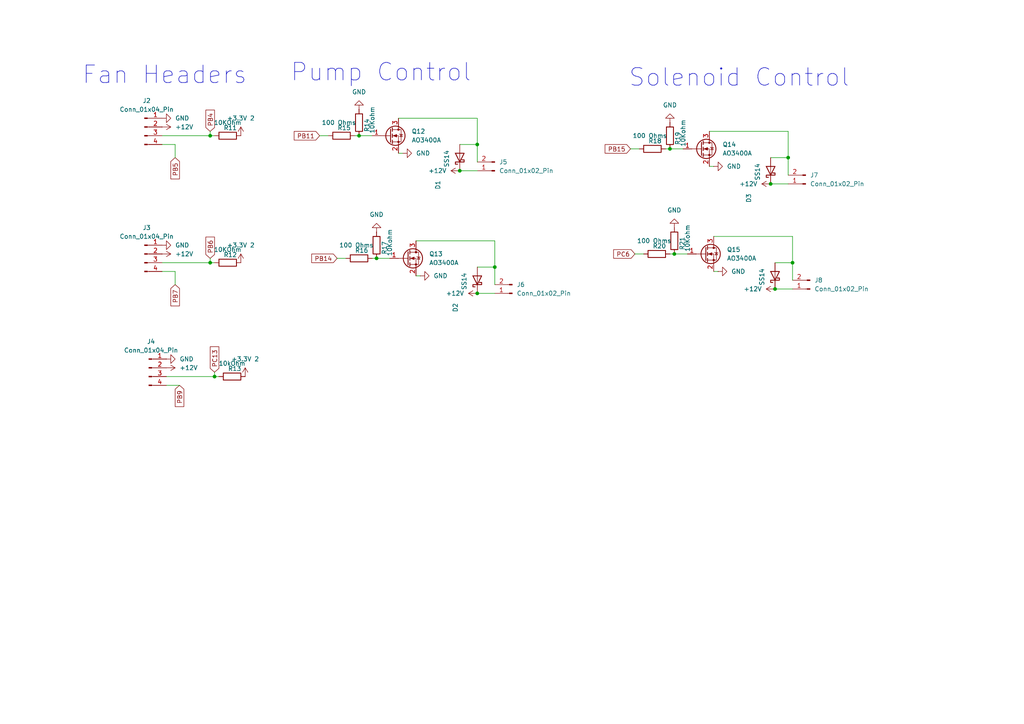
<source format=kicad_sch>
(kicad_sch
	(version 20250114)
	(generator "eeschema")
	(generator_version "9.0")
	(uuid "c22e38db-4e9b-44f0-9eba-48957f1d8e4c")
	(paper "A4")
	(lib_symbols
		(symbol "Connector:Conn_01x02_Pin"
			(pin_names
				(offset 1.016)
				(hide yes)
			)
			(exclude_from_sim no)
			(in_bom yes)
			(on_board yes)
			(property "Reference" "J"
				(at 0 2.54 0)
				(effects
					(font
						(size 1.27 1.27)
					)
				)
			)
			(property "Value" "Conn_01x02_Pin"
				(at 0 -5.08 0)
				(effects
					(font
						(size 1.27 1.27)
					)
				)
			)
			(property "Footprint" ""
				(at 0 0 0)
				(effects
					(font
						(size 1.27 1.27)
					)
					(hide yes)
				)
			)
			(property "Datasheet" "~"
				(at 0 0 0)
				(effects
					(font
						(size 1.27 1.27)
					)
					(hide yes)
				)
			)
			(property "Description" "Generic connector, single row, 01x02, script generated"
				(at 0 0 0)
				(effects
					(font
						(size 1.27 1.27)
					)
					(hide yes)
				)
			)
			(property "ki_locked" ""
				(at 0 0 0)
				(effects
					(font
						(size 1.27 1.27)
					)
				)
			)
			(property "ki_keywords" "connector"
				(at 0 0 0)
				(effects
					(font
						(size 1.27 1.27)
					)
					(hide yes)
				)
			)
			(property "ki_fp_filters" "Connector*:*_1x??_*"
				(at 0 0 0)
				(effects
					(font
						(size 1.27 1.27)
					)
					(hide yes)
				)
			)
			(symbol "Conn_01x02_Pin_1_1"
				(rectangle
					(start 0.8636 0.127)
					(end 0 -0.127)
					(stroke
						(width 0.1524)
						(type default)
					)
					(fill
						(type outline)
					)
				)
				(rectangle
					(start 0.8636 -2.413)
					(end 0 -2.667)
					(stroke
						(width 0.1524)
						(type default)
					)
					(fill
						(type outline)
					)
				)
				(polyline
					(pts
						(xy 1.27 0) (xy 0.8636 0)
					)
					(stroke
						(width 0.1524)
						(type default)
					)
					(fill
						(type none)
					)
				)
				(polyline
					(pts
						(xy 1.27 -2.54) (xy 0.8636 -2.54)
					)
					(stroke
						(width 0.1524)
						(type default)
					)
					(fill
						(type none)
					)
				)
				(pin passive line
					(at 5.08 0 180)
					(length 3.81)
					(name "Pin_1"
						(effects
							(font
								(size 1.27 1.27)
							)
						)
					)
					(number "1"
						(effects
							(font
								(size 1.27 1.27)
							)
						)
					)
				)
				(pin passive line
					(at 5.08 -2.54 180)
					(length 3.81)
					(name "Pin_2"
						(effects
							(font
								(size 1.27 1.27)
							)
						)
					)
					(number "2"
						(effects
							(font
								(size 1.27 1.27)
							)
						)
					)
				)
			)
			(embedded_fonts no)
		)
		(symbol "Connector:Conn_01x04_Pin"
			(pin_names
				(offset 1.016)
				(hide yes)
			)
			(exclude_from_sim no)
			(in_bom yes)
			(on_board yes)
			(property "Reference" "J"
				(at 0 5.08 0)
				(effects
					(font
						(size 1.27 1.27)
					)
				)
			)
			(property "Value" "Conn_01x04_Pin"
				(at 0 -7.62 0)
				(effects
					(font
						(size 1.27 1.27)
					)
				)
			)
			(property "Footprint" ""
				(at 0 0 0)
				(effects
					(font
						(size 1.27 1.27)
					)
					(hide yes)
				)
			)
			(property "Datasheet" "~"
				(at 0 0 0)
				(effects
					(font
						(size 1.27 1.27)
					)
					(hide yes)
				)
			)
			(property "Description" "Generic connector, single row, 01x04, script generated"
				(at 0 0 0)
				(effects
					(font
						(size 1.27 1.27)
					)
					(hide yes)
				)
			)
			(property "ki_locked" ""
				(at 0 0 0)
				(effects
					(font
						(size 1.27 1.27)
					)
				)
			)
			(property "ki_keywords" "connector"
				(at 0 0 0)
				(effects
					(font
						(size 1.27 1.27)
					)
					(hide yes)
				)
			)
			(property "ki_fp_filters" "Connector*:*_1x??_*"
				(at 0 0 0)
				(effects
					(font
						(size 1.27 1.27)
					)
					(hide yes)
				)
			)
			(symbol "Conn_01x04_Pin_1_1"
				(rectangle
					(start 0.8636 2.667)
					(end 0 2.413)
					(stroke
						(width 0.1524)
						(type default)
					)
					(fill
						(type outline)
					)
				)
				(rectangle
					(start 0.8636 0.127)
					(end 0 -0.127)
					(stroke
						(width 0.1524)
						(type default)
					)
					(fill
						(type outline)
					)
				)
				(rectangle
					(start 0.8636 -2.413)
					(end 0 -2.667)
					(stroke
						(width 0.1524)
						(type default)
					)
					(fill
						(type outline)
					)
				)
				(rectangle
					(start 0.8636 -4.953)
					(end 0 -5.207)
					(stroke
						(width 0.1524)
						(type default)
					)
					(fill
						(type outline)
					)
				)
				(polyline
					(pts
						(xy 1.27 2.54) (xy 0.8636 2.54)
					)
					(stroke
						(width 0.1524)
						(type default)
					)
					(fill
						(type none)
					)
				)
				(polyline
					(pts
						(xy 1.27 0) (xy 0.8636 0)
					)
					(stroke
						(width 0.1524)
						(type default)
					)
					(fill
						(type none)
					)
				)
				(polyline
					(pts
						(xy 1.27 -2.54) (xy 0.8636 -2.54)
					)
					(stroke
						(width 0.1524)
						(type default)
					)
					(fill
						(type none)
					)
				)
				(polyline
					(pts
						(xy 1.27 -5.08) (xy 0.8636 -5.08)
					)
					(stroke
						(width 0.1524)
						(type default)
					)
					(fill
						(type none)
					)
				)
				(pin passive line
					(at 5.08 2.54 180)
					(length 3.81)
					(name "Pin_1"
						(effects
							(font
								(size 1.27 1.27)
							)
						)
					)
					(number "1"
						(effects
							(font
								(size 1.27 1.27)
							)
						)
					)
				)
				(pin passive line
					(at 5.08 0 180)
					(length 3.81)
					(name "Pin_2"
						(effects
							(font
								(size 1.27 1.27)
							)
						)
					)
					(number "2"
						(effects
							(font
								(size 1.27 1.27)
							)
						)
					)
				)
				(pin passive line
					(at 5.08 -2.54 180)
					(length 3.81)
					(name "Pin_3"
						(effects
							(font
								(size 1.27 1.27)
							)
						)
					)
					(number "3"
						(effects
							(font
								(size 1.27 1.27)
							)
						)
					)
				)
				(pin passive line
					(at 5.08 -5.08 180)
					(length 3.81)
					(name "Pin_4"
						(effects
							(font
								(size 1.27 1.27)
							)
						)
					)
					(number "4"
						(effects
							(font
								(size 1.27 1.27)
							)
						)
					)
				)
			)
			(embedded_fonts no)
		)
		(symbol "Device:R"
			(pin_numbers
				(hide yes)
			)
			(pin_names
				(offset 0)
			)
			(exclude_from_sim no)
			(in_bom yes)
			(on_board yes)
			(property "Reference" "R"
				(at 2.032 0 90)
				(effects
					(font
						(size 1.27 1.27)
					)
				)
			)
			(property "Value" "R"
				(at 0 0 90)
				(effects
					(font
						(size 1.27 1.27)
					)
				)
			)
			(property "Footprint" ""
				(at -1.778 0 90)
				(effects
					(font
						(size 1.27 1.27)
					)
					(hide yes)
				)
			)
			(property "Datasheet" "~"
				(at 0 0 0)
				(effects
					(font
						(size 1.27 1.27)
					)
					(hide yes)
				)
			)
			(property "Description" "Resistor"
				(at 0 0 0)
				(effects
					(font
						(size 1.27 1.27)
					)
					(hide yes)
				)
			)
			(property "ki_keywords" "R res resistor"
				(at 0 0 0)
				(effects
					(font
						(size 1.27 1.27)
					)
					(hide yes)
				)
			)
			(property "ki_fp_filters" "R_*"
				(at 0 0 0)
				(effects
					(font
						(size 1.27 1.27)
					)
					(hide yes)
				)
			)
			(symbol "R_0_1"
				(rectangle
					(start -1.016 -2.54)
					(end 1.016 2.54)
					(stroke
						(width 0.254)
						(type default)
					)
					(fill
						(type none)
					)
				)
			)
			(symbol "R_1_1"
				(pin passive line
					(at 0 3.81 270)
					(length 1.27)
					(name "~"
						(effects
							(font
								(size 1.27 1.27)
							)
						)
					)
					(number "1"
						(effects
							(font
								(size 1.27 1.27)
							)
						)
					)
				)
				(pin passive line
					(at 0 -3.81 90)
					(length 1.27)
					(name "~"
						(effects
							(font
								(size 1.27 1.27)
							)
						)
					)
					(number "2"
						(effects
							(font
								(size 1.27 1.27)
							)
						)
					)
				)
			)
			(embedded_fonts no)
		)
		(symbol "Diode:SS14"
			(pin_numbers
				(hide yes)
			)
			(pin_names
				(offset 1.016)
				(hide yes)
			)
			(exclude_from_sim no)
			(in_bom yes)
			(on_board yes)
			(property "Reference" "D"
				(at 0 2.54 0)
				(effects
					(font
						(size 1.27 1.27)
					)
				)
			)
			(property "Value" "SS14"
				(at 0 -2.54 0)
				(effects
					(font
						(size 1.27 1.27)
					)
				)
			)
			(property "Footprint" "Diode_SMD:D_SMA"
				(at 0 -4.445 0)
				(effects
					(font
						(size 1.27 1.27)
					)
					(hide yes)
				)
			)
			(property "Datasheet" "https://www.vishay.com/docs/88746/ss12.pdf"
				(at 0 0 0)
				(effects
					(font
						(size 1.27 1.27)
					)
					(hide yes)
				)
			)
			(property "Description" "40V 1A Schottky Diode, SMA"
				(at 0 0 0)
				(effects
					(font
						(size 1.27 1.27)
					)
					(hide yes)
				)
			)
			(property "ki_keywords" "diode Schottky"
				(at 0 0 0)
				(effects
					(font
						(size 1.27 1.27)
					)
					(hide yes)
				)
			)
			(property "ki_fp_filters" "D*SMA*"
				(at 0 0 0)
				(effects
					(font
						(size 1.27 1.27)
					)
					(hide yes)
				)
			)
			(symbol "SS14_0_1"
				(polyline
					(pts
						(xy -1.905 0.635) (xy -1.905 1.27) (xy -1.27 1.27) (xy -1.27 -1.27) (xy -0.635 -1.27) (xy -0.635 -0.635)
					)
					(stroke
						(width 0.254)
						(type default)
					)
					(fill
						(type none)
					)
				)
				(polyline
					(pts
						(xy 1.27 1.27) (xy 1.27 -1.27) (xy -1.27 0) (xy 1.27 1.27)
					)
					(stroke
						(width 0.254)
						(type default)
					)
					(fill
						(type none)
					)
				)
				(polyline
					(pts
						(xy 1.27 0) (xy -1.27 0)
					)
					(stroke
						(width 0)
						(type default)
					)
					(fill
						(type none)
					)
				)
			)
			(symbol "SS14_1_1"
				(pin passive line
					(at -3.81 0 0)
					(length 2.54)
					(name "K"
						(effects
							(font
								(size 1.27 1.27)
							)
						)
					)
					(number "1"
						(effects
							(font
								(size 1.27 1.27)
							)
						)
					)
				)
				(pin passive line
					(at 3.81 0 180)
					(length 2.54)
					(name "A"
						(effects
							(font
								(size 1.27 1.27)
							)
						)
					)
					(number "2"
						(effects
							(font
								(size 1.27 1.27)
							)
						)
					)
				)
			)
			(embedded_fonts no)
		)
		(symbol "Transistor_FET:AO3400A"
			(pin_names
				(hide yes)
			)
			(exclude_from_sim no)
			(in_bom yes)
			(on_board yes)
			(property "Reference" "Q"
				(at 5.08 1.905 0)
				(effects
					(font
						(size 1.27 1.27)
					)
					(justify left)
				)
			)
			(property "Value" "AO3400A"
				(at 5.08 0 0)
				(effects
					(font
						(size 1.27 1.27)
					)
					(justify left)
				)
			)
			(property "Footprint" "Package_TO_SOT_SMD:SOT-23"
				(at 5.08 -1.905 0)
				(effects
					(font
						(size 1.27 1.27)
						(italic yes)
					)
					(justify left)
					(hide yes)
				)
			)
			(property "Datasheet" "http://www.aosmd.com/pdfs/datasheet/AO3400A.pdf"
				(at 5.08 -3.81 0)
				(effects
					(font
						(size 1.27 1.27)
					)
					(justify left)
					(hide yes)
				)
			)
			(property "Description" "30V Vds, 5.7A Id, N-Channel MOSFET, SOT-23"
				(at 0 0 0)
				(effects
					(font
						(size 1.27 1.27)
					)
					(hide yes)
				)
			)
			(property "ki_keywords" "N-Channel MOSFET"
				(at 0 0 0)
				(effects
					(font
						(size 1.27 1.27)
					)
					(hide yes)
				)
			)
			(property "ki_fp_filters" "SOT?23*"
				(at 0 0 0)
				(effects
					(font
						(size 1.27 1.27)
					)
					(hide yes)
				)
			)
			(symbol "AO3400A_0_1"
				(polyline
					(pts
						(xy 0.254 1.905) (xy 0.254 -1.905)
					)
					(stroke
						(width 0.254)
						(type default)
					)
					(fill
						(type none)
					)
				)
				(polyline
					(pts
						(xy 0.254 0) (xy -2.54 0)
					)
					(stroke
						(width 0)
						(type default)
					)
					(fill
						(type none)
					)
				)
				(polyline
					(pts
						(xy 0.762 2.286) (xy 0.762 1.27)
					)
					(stroke
						(width 0.254)
						(type default)
					)
					(fill
						(type none)
					)
				)
				(polyline
					(pts
						(xy 0.762 0.508) (xy 0.762 -0.508)
					)
					(stroke
						(width 0.254)
						(type default)
					)
					(fill
						(type none)
					)
				)
				(polyline
					(pts
						(xy 0.762 -1.27) (xy 0.762 -2.286)
					)
					(stroke
						(width 0.254)
						(type default)
					)
					(fill
						(type none)
					)
				)
				(polyline
					(pts
						(xy 0.762 -1.778) (xy 3.302 -1.778) (xy 3.302 1.778) (xy 0.762 1.778)
					)
					(stroke
						(width 0)
						(type default)
					)
					(fill
						(type none)
					)
				)
				(polyline
					(pts
						(xy 1.016 0) (xy 2.032 0.381) (xy 2.032 -0.381) (xy 1.016 0)
					)
					(stroke
						(width 0)
						(type default)
					)
					(fill
						(type outline)
					)
				)
				(circle
					(center 1.651 0)
					(radius 2.794)
					(stroke
						(width 0.254)
						(type default)
					)
					(fill
						(type none)
					)
				)
				(polyline
					(pts
						(xy 2.54 2.54) (xy 2.54 1.778)
					)
					(stroke
						(width 0)
						(type default)
					)
					(fill
						(type none)
					)
				)
				(circle
					(center 2.54 1.778)
					(radius 0.254)
					(stroke
						(width 0)
						(type default)
					)
					(fill
						(type outline)
					)
				)
				(circle
					(center 2.54 -1.778)
					(radius 0.254)
					(stroke
						(width 0)
						(type default)
					)
					(fill
						(type outline)
					)
				)
				(polyline
					(pts
						(xy 2.54 -2.54) (xy 2.54 0) (xy 0.762 0)
					)
					(stroke
						(width 0)
						(type default)
					)
					(fill
						(type none)
					)
				)
				(polyline
					(pts
						(xy 2.794 0.508) (xy 2.921 0.381) (xy 3.683 0.381) (xy 3.81 0.254)
					)
					(stroke
						(width 0)
						(type default)
					)
					(fill
						(type none)
					)
				)
				(polyline
					(pts
						(xy 3.302 0.381) (xy 2.921 -0.254) (xy 3.683 -0.254) (xy 3.302 0.381)
					)
					(stroke
						(width 0)
						(type default)
					)
					(fill
						(type none)
					)
				)
			)
			(symbol "AO3400A_1_1"
				(pin input line
					(at -5.08 0 0)
					(length 2.54)
					(name "G"
						(effects
							(font
								(size 1.27 1.27)
							)
						)
					)
					(number "1"
						(effects
							(font
								(size 1.27 1.27)
							)
						)
					)
				)
				(pin passive line
					(at 2.54 5.08 270)
					(length 2.54)
					(name "D"
						(effects
							(font
								(size 1.27 1.27)
							)
						)
					)
					(number "3"
						(effects
							(font
								(size 1.27 1.27)
							)
						)
					)
				)
				(pin passive line
					(at 2.54 -5.08 90)
					(length 2.54)
					(name "S"
						(effects
							(font
								(size 1.27 1.27)
							)
						)
					)
					(number "2"
						(effects
							(font
								(size 1.27 1.27)
							)
						)
					)
				)
			)
			(embedded_fonts no)
		)
		(symbol "power:+12V"
			(power)
			(pin_numbers
				(hide yes)
			)
			(pin_names
				(offset 0)
				(hide yes)
			)
			(exclude_from_sim no)
			(in_bom yes)
			(on_board yes)
			(property "Reference" "#PWR"
				(at 0 -3.81 0)
				(effects
					(font
						(size 1.27 1.27)
					)
					(hide yes)
				)
			)
			(property "Value" "+12V"
				(at 0 3.556 0)
				(effects
					(font
						(size 1.27 1.27)
					)
				)
			)
			(property "Footprint" ""
				(at 0 0 0)
				(effects
					(font
						(size 1.27 1.27)
					)
					(hide yes)
				)
			)
			(property "Datasheet" ""
				(at 0 0 0)
				(effects
					(font
						(size 1.27 1.27)
					)
					(hide yes)
				)
			)
			(property "Description" "Power symbol creates a global label with name \"+12V\""
				(at 0 0 0)
				(effects
					(font
						(size 1.27 1.27)
					)
					(hide yes)
				)
			)
			(property "ki_keywords" "global power"
				(at 0 0 0)
				(effects
					(font
						(size 1.27 1.27)
					)
					(hide yes)
				)
			)
			(symbol "+12V_0_1"
				(polyline
					(pts
						(xy -0.762 1.27) (xy 0 2.54)
					)
					(stroke
						(width 0)
						(type default)
					)
					(fill
						(type none)
					)
				)
				(polyline
					(pts
						(xy 0 2.54) (xy 0.762 1.27)
					)
					(stroke
						(width 0)
						(type default)
					)
					(fill
						(type none)
					)
				)
				(polyline
					(pts
						(xy 0 0) (xy 0 2.54)
					)
					(stroke
						(width 0)
						(type default)
					)
					(fill
						(type none)
					)
				)
			)
			(symbol "+12V_1_1"
				(pin power_in line
					(at 0 0 90)
					(length 0)
					(name "~"
						(effects
							(font
								(size 1.27 1.27)
							)
						)
					)
					(number "1"
						(effects
							(font
								(size 1.27 1.27)
							)
						)
					)
				)
			)
			(embedded_fonts no)
		)
		(symbol "power:+3.3V"
			(power)
			(pin_numbers
				(hide yes)
			)
			(pin_names
				(offset 0)
				(hide yes)
			)
			(exclude_from_sim no)
			(in_bom yes)
			(on_board yes)
			(property "Reference" "#PWR"
				(at 0 -3.81 0)
				(effects
					(font
						(size 1.27 1.27)
					)
					(hide yes)
				)
			)
			(property "Value" "+3.3V"
				(at 0 3.556 0)
				(effects
					(font
						(size 1.27 1.27)
					)
				)
			)
			(property "Footprint" ""
				(at 0 0 0)
				(effects
					(font
						(size 1.27 1.27)
					)
					(hide yes)
				)
			)
			(property "Datasheet" ""
				(at 0 0 0)
				(effects
					(font
						(size 1.27 1.27)
					)
					(hide yes)
				)
			)
			(property "Description" "Power symbol creates a global label with name \"+3.3V\""
				(at 0 0 0)
				(effects
					(font
						(size 1.27 1.27)
					)
					(hide yes)
				)
			)
			(property "ki_keywords" "global power"
				(at 0 0 0)
				(effects
					(font
						(size 1.27 1.27)
					)
					(hide yes)
				)
			)
			(symbol "+3.3V_0_1"
				(polyline
					(pts
						(xy -0.762 1.27) (xy 0 2.54)
					)
					(stroke
						(width 0)
						(type default)
					)
					(fill
						(type none)
					)
				)
				(polyline
					(pts
						(xy 0 2.54) (xy 0.762 1.27)
					)
					(stroke
						(width 0)
						(type default)
					)
					(fill
						(type none)
					)
				)
				(polyline
					(pts
						(xy 0 0) (xy 0 2.54)
					)
					(stroke
						(width 0)
						(type default)
					)
					(fill
						(type none)
					)
				)
			)
			(symbol "+3.3V_1_1"
				(pin power_in line
					(at 0 0 90)
					(length 0)
					(name "~"
						(effects
							(font
								(size 1.27 1.27)
							)
						)
					)
					(number "1"
						(effects
							(font
								(size 1.27 1.27)
							)
						)
					)
				)
			)
			(embedded_fonts no)
		)
		(symbol "power:GND"
			(power)
			(pin_numbers
				(hide yes)
			)
			(pin_names
				(offset 0)
				(hide yes)
			)
			(exclude_from_sim no)
			(in_bom yes)
			(on_board yes)
			(property "Reference" "#PWR"
				(at 0 -6.35 0)
				(effects
					(font
						(size 1.27 1.27)
					)
					(hide yes)
				)
			)
			(property "Value" "GND"
				(at 0 -3.81 0)
				(effects
					(font
						(size 1.27 1.27)
					)
				)
			)
			(property "Footprint" ""
				(at 0 0 0)
				(effects
					(font
						(size 1.27 1.27)
					)
					(hide yes)
				)
			)
			(property "Datasheet" ""
				(at 0 0 0)
				(effects
					(font
						(size 1.27 1.27)
					)
					(hide yes)
				)
			)
			(property "Description" "Power symbol creates a global label with name \"GND\" , ground"
				(at 0 0 0)
				(effects
					(font
						(size 1.27 1.27)
					)
					(hide yes)
				)
			)
			(property "ki_keywords" "global power"
				(at 0 0 0)
				(effects
					(font
						(size 1.27 1.27)
					)
					(hide yes)
				)
			)
			(symbol "GND_0_1"
				(polyline
					(pts
						(xy 0 0) (xy 0 -1.27) (xy 1.27 -1.27) (xy 0 -2.54) (xy -1.27 -1.27) (xy 0 -1.27)
					)
					(stroke
						(width 0)
						(type default)
					)
					(fill
						(type none)
					)
				)
			)
			(symbol "GND_1_1"
				(pin power_in line
					(at 0 0 270)
					(length 0)
					(name "~"
						(effects
							(font
								(size 1.27 1.27)
							)
						)
					)
					(number "1"
						(effects
							(font
								(size 1.27 1.27)
							)
						)
					)
				)
			)
			(embedded_fonts no)
		)
	)
	(text "Fan Headers\n"
		(exclude_from_sim no)
		(at 47.752 21.844 0)
		(effects
			(font
				(size 5.08 5.08)
			)
		)
		(uuid "17ceca00-d391-466c-b90e-b6349762c5ea")
	)
	(text "Pump Control\n"
		(exclude_from_sim no)
		(at 110.49 21.082 0)
		(effects
			(font
				(size 5.08 5.08)
			)
		)
		(uuid "27809223-55d1-4e9d-be4a-156ed831ed73")
	)
	(text "Solenoid Control"
		(exclude_from_sim no)
		(at 214.376 22.606 0)
		(effects
			(font
				(size 5.08 5.08)
			)
		)
		(uuid "c06691f5-aaf3-4c6e-8f6a-bfd624a0012d")
	)
	(junction
		(at 195.58 73.66)
		(diameter 0)
		(color 0 0 0 0)
		(uuid "0384a9e4-60a0-47d9-b44a-bcf1c4c49d00")
	)
	(junction
		(at 60.96 39.37)
		(diameter 0)
		(color 0 0 0 0)
		(uuid "05b33819-22c9-4463-81a6-fd9da923a02e")
	)
	(junction
		(at 62.23 109.22)
		(diameter 0)
		(color 0 0 0 0)
		(uuid "07125277-d7e1-4112-88a0-fdd8e9357cc1")
	)
	(junction
		(at 194.31 43.18)
		(diameter 0)
		(color 0 0 0 0)
		(uuid "31b16996-a493-4a49-b5a4-b19de2da0357")
	)
	(junction
		(at 138.43 85.09)
		(diameter 0)
		(color 0 0 0 0)
		(uuid "397ca2a3-562c-4623-92de-b75d6e843d85")
	)
	(junction
		(at 228.6 45.72)
		(diameter 0)
		(color 0 0 0 0)
		(uuid "3ef22ba9-f316-4a78-8b8a-12d31be1490b")
	)
	(junction
		(at 60.96 76.2)
		(diameter 0)
		(color 0 0 0 0)
		(uuid "503e4590-4027-4f02-acde-77e514be9a6c")
	)
	(junction
		(at 138.43 41.91)
		(diameter 0)
		(color 0 0 0 0)
		(uuid "5fe47f4d-bdf7-41f8-b418-bbc6df30d238")
	)
	(junction
		(at 109.22 74.93)
		(diameter 0)
		(color 0 0 0 0)
		(uuid "6520fb7d-70eb-48a0-b7a9-3d9ca3ae26a5")
	)
	(junction
		(at 143.51 77.47)
		(diameter 0)
		(color 0 0 0 0)
		(uuid "80fa8d04-169e-4995-9638-d6eed39232f4")
	)
	(junction
		(at 223.52 53.34)
		(diameter 0)
		(color 0 0 0 0)
		(uuid "86e24d25-f1ff-4d44-aae6-70ff6cbefe1f")
	)
	(junction
		(at 224.79 83.82)
		(diameter 0)
		(color 0 0 0 0)
		(uuid "b1c94ae9-3ac9-4175-ab47-c0b6af2e88f9")
	)
	(junction
		(at 104.14 39.37)
		(diameter 0)
		(color 0 0 0 0)
		(uuid "bdb37bed-7427-4fc7-a5e0-5bc5a1195da1")
	)
	(junction
		(at 229.87 76.2)
		(diameter 0)
		(color 0 0 0 0)
		(uuid "dc5aee3f-25f9-4ea5-9c3c-48e59ab2470b")
	)
	(junction
		(at 133.35 49.53)
		(diameter 0)
		(color 0 0 0 0)
		(uuid "e1dcd51f-01d0-4214-acf2-343f49add6ec")
	)
	(wire
		(pts
			(xy 184.15 73.66) (xy 186.69 73.66)
		)
		(stroke
			(width 0)
			(type default)
		)
		(uuid "128de10a-211f-4d5d-a943-e075acedcf39")
	)
	(wire
		(pts
			(xy 62.23 109.22) (xy 63.5 109.22)
		)
		(stroke
			(width 0)
			(type default)
		)
		(uuid "14e521cc-ff4b-4e7b-beda-b793c8d4da14")
	)
	(wire
		(pts
			(xy 193.04 43.18) (xy 194.31 43.18)
		)
		(stroke
			(width 0)
			(type default)
		)
		(uuid "15a80585-e873-494f-bdf1-f19a65444a57")
	)
	(wire
		(pts
			(xy 120.65 80.01) (xy 121.92 80.01)
		)
		(stroke
			(width 0)
			(type default)
		)
		(uuid "1a28fe21-237a-4263-860f-0fd4a4530f1d")
	)
	(wire
		(pts
			(xy 102.87 39.37) (xy 104.14 39.37)
		)
		(stroke
			(width 0)
			(type default)
		)
		(uuid "259b3398-3500-4d41-92cf-3271c2938637")
	)
	(wire
		(pts
			(xy 229.87 68.58) (xy 229.87 76.2)
		)
		(stroke
			(width 0)
			(type default)
		)
		(uuid "2a2ba1b9-22d5-4e05-9c3e-5d7afd2d9f0f")
	)
	(wire
		(pts
			(xy 48.26 109.22) (xy 62.23 109.22)
		)
		(stroke
			(width 0)
			(type default)
		)
		(uuid "30f4a245-57ca-411d-b7d8-e1c0ea77729f")
	)
	(wire
		(pts
			(xy 223.52 53.34) (xy 228.6 53.34)
		)
		(stroke
			(width 0)
			(type default)
		)
		(uuid "3344bab3-7ef5-4440-8448-1cc6833ef878")
	)
	(wire
		(pts
			(xy 60.96 38.1) (xy 60.96 39.37)
		)
		(stroke
			(width 0)
			(type default)
		)
		(uuid "334f927c-a1c0-47de-9331-afc398394501")
	)
	(wire
		(pts
			(xy 143.51 77.47) (xy 143.51 82.55)
		)
		(stroke
			(width 0)
			(type default)
		)
		(uuid "38fd9cd5-4a27-4197-8f01-aa531cf27979")
	)
	(wire
		(pts
			(xy 115.57 34.29) (xy 138.43 34.29)
		)
		(stroke
			(width 0)
			(type default)
		)
		(uuid "396a4401-547b-405c-bad0-b6acb4810af4")
	)
	(wire
		(pts
			(xy 205.74 48.26) (xy 207.01 48.26)
		)
		(stroke
			(width 0)
			(type default)
		)
		(uuid "3bb5d522-03e4-41f7-a721-dd8b2c8b9852")
	)
	(wire
		(pts
			(xy 60.96 39.37) (xy 62.23 39.37)
		)
		(stroke
			(width 0)
			(type default)
		)
		(uuid "46c44f17-8690-4fc5-b435-efeda676a8fc")
	)
	(wire
		(pts
			(xy 228.6 45.72) (xy 228.6 50.8)
		)
		(stroke
			(width 0)
			(type default)
		)
		(uuid "4bb029f8-7c7e-4961-a6e0-1537af74b604")
	)
	(wire
		(pts
			(xy 62.23 107.95) (xy 62.23 109.22)
		)
		(stroke
			(width 0)
			(type default)
		)
		(uuid "4fd4f3d3-9591-4c72-984d-2f43d75d6470")
	)
	(wire
		(pts
			(xy 228.6 38.1) (xy 228.6 45.72)
		)
		(stroke
			(width 0)
			(type default)
		)
		(uuid "5af02e94-5d92-4915-8278-7410da75929a")
	)
	(wire
		(pts
			(xy 107.95 74.93) (xy 109.22 74.93)
		)
		(stroke
			(width 0)
			(type default)
		)
		(uuid "5b4dd24f-8f6e-4c5b-a94d-22ec908b79c2")
	)
	(wire
		(pts
			(xy 50.8 45.72) (xy 50.8 41.91)
		)
		(stroke
			(width 0)
			(type default)
		)
		(uuid "5de384ca-436d-4c29-8374-907a0fa3df39")
	)
	(wire
		(pts
			(xy 207.01 68.58) (xy 229.87 68.58)
		)
		(stroke
			(width 0)
			(type default)
		)
		(uuid "5f3ed61b-494c-4778-9b7b-3ba15aaacb1f")
	)
	(wire
		(pts
			(xy 143.51 69.85) (xy 143.51 77.47)
		)
		(stroke
			(width 0)
			(type default)
		)
		(uuid "64e0479a-75dc-4fa1-a1c2-59fc6cd054e5")
	)
	(wire
		(pts
			(xy 224.79 83.82) (xy 229.87 83.82)
		)
		(stroke
			(width 0)
			(type default)
		)
		(uuid "6a4af61d-33f6-4148-9d5b-14c5c0e5322e")
	)
	(wire
		(pts
			(xy 182.88 43.18) (xy 185.42 43.18)
		)
		(stroke
			(width 0)
			(type default)
		)
		(uuid "75a67266-7008-44ba-a44f-ae84fea2a782")
	)
	(wire
		(pts
			(xy 138.43 77.47) (xy 143.51 77.47)
		)
		(stroke
			(width 0)
			(type default)
		)
		(uuid "7a851edd-083c-4b6e-b3ad-32325bfc0868")
	)
	(wire
		(pts
			(xy 195.58 73.66) (xy 199.39 73.66)
		)
		(stroke
			(width 0)
			(type default)
		)
		(uuid "8ecb1ed1-8f1c-4fb3-8864-3b3eb32401e9")
	)
	(wire
		(pts
			(xy 138.43 85.09) (xy 143.51 85.09)
		)
		(stroke
			(width 0)
			(type default)
		)
		(uuid "94c0c41a-c095-4f83-b4e7-4783cf9b55c6")
	)
	(wire
		(pts
			(xy 207.01 78.74) (xy 208.28 78.74)
		)
		(stroke
			(width 0)
			(type default)
		)
		(uuid "96b638a1-aa92-4388-b34d-ed24bad2077c")
	)
	(wire
		(pts
			(xy 97.79 74.93) (xy 100.33 74.93)
		)
		(stroke
			(width 0)
			(type default)
		)
		(uuid "993bac88-9f72-4f97-8882-62869fd19ed8")
	)
	(wire
		(pts
			(xy 194.31 73.66) (xy 195.58 73.66)
		)
		(stroke
			(width 0)
			(type default)
		)
		(uuid "9ae13f4f-098e-472e-842c-4f57137054ae")
	)
	(wire
		(pts
			(xy 115.57 44.45) (xy 116.84 44.45)
		)
		(stroke
			(width 0)
			(type default)
		)
		(uuid "9d8ba439-73c5-4dec-86d6-bb228281a706")
	)
	(wire
		(pts
			(xy 133.35 41.91) (xy 138.43 41.91)
		)
		(stroke
			(width 0)
			(type default)
		)
		(uuid "a031a45f-0cbd-4eae-8e59-1ee3037bbe90")
	)
	(wire
		(pts
			(xy 50.8 82.55) (xy 50.8 78.74)
		)
		(stroke
			(width 0)
			(type default)
		)
		(uuid "a23e12cb-346e-4f2f-ad1e-f10bf4b00356")
	)
	(wire
		(pts
			(xy 138.43 41.91) (xy 138.43 46.99)
		)
		(stroke
			(width 0)
			(type default)
		)
		(uuid "a943e7c7-12cf-4bf9-9c95-b787336ebcd3")
	)
	(wire
		(pts
			(xy 138.43 34.29) (xy 138.43 41.91)
		)
		(stroke
			(width 0)
			(type default)
		)
		(uuid "b3a63858-4a3c-4f0c-908b-ee15e3939af6")
	)
	(wire
		(pts
			(xy 120.65 69.85) (xy 143.51 69.85)
		)
		(stroke
			(width 0)
			(type default)
		)
		(uuid "b4787025-c07c-4e02-8447-00217ce54991")
	)
	(wire
		(pts
			(xy 46.99 39.37) (xy 60.96 39.37)
		)
		(stroke
			(width 0)
			(type default)
		)
		(uuid "b7d2460f-e3a3-4b4d-bc50-e2104256790a")
	)
	(wire
		(pts
			(xy 104.14 39.37) (xy 107.95 39.37)
		)
		(stroke
			(width 0)
			(type default)
		)
		(uuid "b944278f-b330-428d-af2c-bbca4c588415")
	)
	(wire
		(pts
			(xy 223.52 45.72) (xy 228.6 45.72)
		)
		(stroke
			(width 0)
			(type default)
		)
		(uuid "b98dd2fc-d8de-4903-9267-4f0154776f41")
	)
	(wire
		(pts
			(xy 52.07 111.76) (xy 48.26 111.76)
		)
		(stroke
			(width 0)
			(type default)
		)
		(uuid "b9a1b147-7a4f-44d3-9a61-fa0bfa83009c")
	)
	(wire
		(pts
			(xy 60.96 76.2) (xy 62.23 76.2)
		)
		(stroke
			(width 0)
			(type default)
		)
		(uuid "c743cb9b-726e-499f-8647-16163267e34b")
	)
	(wire
		(pts
			(xy 92.71 39.37) (xy 95.25 39.37)
		)
		(stroke
			(width 0)
			(type default)
		)
		(uuid "c91c7fc5-a5a4-4931-92eb-182378b72c49")
	)
	(wire
		(pts
			(xy 46.99 76.2) (xy 60.96 76.2)
		)
		(stroke
			(width 0)
			(type default)
		)
		(uuid "cf49d360-7d41-4353-be9a-dae655e247f6")
	)
	(wire
		(pts
			(xy 50.8 78.74) (xy 46.99 78.74)
		)
		(stroke
			(width 0)
			(type default)
		)
		(uuid "d4502a56-1d82-4ea9-bed5-c005554b857a")
	)
	(wire
		(pts
			(xy 205.74 38.1) (xy 228.6 38.1)
		)
		(stroke
			(width 0)
			(type default)
		)
		(uuid "dde6a6ba-4c84-48f9-8d22-a63d1d8f2abb")
	)
	(wire
		(pts
			(xy 229.87 76.2) (xy 229.87 81.28)
		)
		(stroke
			(width 0)
			(type default)
		)
		(uuid "de52c387-7270-48b2-bc1a-ef900c165894")
	)
	(wire
		(pts
			(xy 194.31 43.18) (xy 198.12 43.18)
		)
		(stroke
			(width 0)
			(type default)
		)
		(uuid "e072142b-855c-4db5-8319-8bf92f63bc7b")
	)
	(wire
		(pts
			(xy 50.8 41.91) (xy 46.99 41.91)
		)
		(stroke
			(width 0)
			(type default)
		)
		(uuid "e268c72c-22d7-40df-b253-0b7725a92e11")
	)
	(wire
		(pts
			(xy 60.96 74.93) (xy 60.96 76.2)
		)
		(stroke
			(width 0)
			(type default)
		)
		(uuid "e779e8c9-c582-4495-96c6-d566be362a0c")
	)
	(wire
		(pts
			(xy 133.35 49.53) (xy 138.43 49.53)
		)
		(stroke
			(width 0)
			(type default)
		)
		(uuid "eabed5e0-1d98-4041-bb9a-e0db683fd99a")
	)
	(wire
		(pts
			(xy 224.79 76.2) (xy 229.87 76.2)
		)
		(stroke
			(width 0)
			(type default)
		)
		(uuid "eea5ee7f-4c51-40a5-9ff7-d56ff5ee627c")
	)
	(wire
		(pts
			(xy 109.22 74.93) (xy 113.03 74.93)
		)
		(stroke
			(width 0)
			(type default)
		)
		(uuid "f39cd8ea-f99d-4faa-be43-0c08abf0592c")
	)
	(global_label "PB15"
		(shape input)
		(at 182.88 43.18 180)
		(fields_autoplaced yes)
		(effects
			(font
				(size 1.27 1.27)
			)
			(justify right)
		)
		(uuid "678c9d2a-9b05-43b6-923e-bad33e42c3e4")
		(property "Intersheetrefs" "${INTERSHEET_REFS}"
			(at 174.9358 43.18 0)
			(effects
				(font
					(size 1.27 1.27)
				)
				(justify right)
				(hide yes)
			)
		)
	)
	(global_label "PB6"
		(shape input)
		(at 60.96 74.93 90)
		(fields_autoplaced yes)
		(effects
			(font
				(size 1.27 1.27)
			)
			(justify left)
		)
		(uuid "71260c62-014f-4af6-9e7a-5b19d6e4ac74")
		(property "Intersheetrefs" "${INTERSHEET_REFS}"
			(at 60.96 68.1953 90)
			(effects
				(font
					(size 1.27 1.27)
				)
				(justify left)
				(hide yes)
			)
		)
	)
	(global_label "PB4"
		(shape input)
		(at 60.96 38.1 90)
		(fields_autoplaced yes)
		(effects
			(font
				(size 1.27 1.27)
			)
			(justify left)
		)
		(uuid "7835fbb4-0559-4605-85de-314b0b63c7d8")
		(property "Intersheetrefs" "${INTERSHEET_REFS}"
			(at 60.96 31.3653 90)
			(effects
				(font
					(size 1.27 1.27)
				)
				(justify left)
				(hide yes)
			)
		)
	)
	(global_label "PB7"
		(shape input)
		(at 50.8 82.55 270)
		(fields_autoplaced yes)
		(effects
			(font
				(size 1.27 1.27)
			)
			(justify right)
		)
		(uuid "799b8438-5b4e-4271-9e6c-5d689870eae4")
		(property "Intersheetrefs" "${INTERSHEET_REFS}"
			(at 50.8 89.2847 90)
			(effects
				(font
					(size 1.27 1.27)
				)
				(justify right)
				(hide yes)
			)
		)
	)
	(global_label "PB5"
		(shape input)
		(at 50.8 45.72 270)
		(fields_autoplaced yes)
		(effects
			(font
				(size 1.27 1.27)
			)
			(justify right)
		)
		(uuid "7b0da731-d41c-4c3c-acfd-8a5d4cf5bedb")
		(property "Intersheetrefs" "${INTERSHEET_REFS}"
			(at 50.8 52.4547 90)
			(effects
				(font
					(size 1.27 1.27)
				)
				(justify right)
				(hide yes)
			)
		)
	)
	(global_label "PC6"
		(shape input)
		(at 184.15 73.66 180)
		(fields_autoplaced yes)
		(effects
			(font
				(size 1.27 1.27)
			)
			(justify right)
		)
		(uuid "8f86b889-a564-482e-b612-8ff91e4ecc7b")
		(property "Intersheetrefs" "${INTERSHEET_REFS}"
			(at 177.4153 73.66 0)
			(effects
				(font
					(size 1.27 1.27)
				)
				(justify right)
				(hide yes)
			)
		)
	)
	(global_label "PB14"
		(shape input)
		(at 97.79 74.93 180)
		(fields_autoplaced yes)
		(effects
			(font
				(size 1.27 1.27)
			)
			(justify right)
		)
		(uuid "9a08b426-c7d2-4ed0-9ee0-e26121cb454d")
		(property "Intersheetrefs" "${INTERSHEET_REFS}"
			(at 89.8458 74.93 0)
			(effects
				(font
					(size 1.27 1.27)
				)
				(justify right)
				(hide yes)
			)
		)
	)
	(global_label "PC13"
		(shape input)
		(at 62.23 107.95 90)
		(fields_autoplaced yes)
		(effects
			(font
				(size 1.27 1.27)
			)
			(justify left)
		)
		(uuid "b249746c-39e5-4183-a735-2ec67add4dfd")
		(property "Intersheetrefs" "${INTERSHEET_REFS}"
			(at 62.23 100.0058 90)
			(effects
				(font
					(size 1.27 1.27)
				)
				(justify left)
				(hide yes)
			)
		)
	)
	(global_label "PB9"
		(shape input)
		(at 52.07 111.76 270)
		(fields_autoplaced yes)
		(effects
			(font
				(size 1.27 1.27)
			)
			(justify right)
		)
		(uuid "bccd0257-64af-45bf-909e-03319979079d")
		(property "Intersheetrefs" "${INTERSHEET_REFS}"
			(at 52.07 118.4947 90)
			(effects
				(font
					(size 1.27 1.27)
				)
				(justify right)
				(hide yes)
			)
		)
	)
	(global_label "PB11"
		(shape input)
		(at 92.71 39.37 180)
		(fields_autoplaced yes)
		(effects
			(font
				(size 1.27 1.27)
			)
			(justify right)
		)
		(uuid "c12babd6-d589-4d50-9360-59b6736d8015")
		(property "Intersheetrefs" "${INTERSHEET_REFS}"
			(at 84.7658 39.37 0)
			(effects
				(font
					(size 1.27 1.27)
				)
				(justify right)
				(hide yes)
			)
		)
	)
	(symbol
		(lib_id "power:+12V")
		(at 48.26 106.68 270)
		(unit 1)
		(exclude_from_sim no)
		(in_bom yes)
		(on_board yes)
		(dnp no)
		(fields_autoplaced yes)
		(uuid "010a68e4-d3c6-4129-a253-11576741f53b")
		(property "Reference" "#PWR042"
			(at 44.45 106.68 0)
			(effects
				(font
					(size 1.27 1.27)
				)
				(hide yes)
			)
		)
		(property "Value" "+12V"
			(at 52.07 106.6799 90)
			(effects
				(font
					(size 1.27 1.27)
				)
				(justify left)
			)
		)
		(property "Footprint" ""
			(at 48.26 106.68 0)
			(effects
				(font
					(size 1.27 1.27)
				)
				(hide yes)
			)
		)
		(property "Datasheet" ""
			(at 48.26 106.68 0)
			(effects
				(font
					(size 1.27 1.27)
				)
				(hide yes)
			)
		)
		(property "Description" "Power symbol creates a global label with name \"+12V\""
			(at 48.26 106.68 0)
			(effects
				(font
					(size 1.27 1.27)
				)
				(hide yes)
			)
		)
		(pin "1"
			(uuid "45c4356a-0150-4dbd-89f2-b407311335d8")
		)
		(instances
			(project "BedCooler"
				(path "/0172b5c7-cbf1-402d-add6-1d50a7ec9877/a7d0817e-339e-4566-8a65-ab50f8688541"
					(reference "#PWR042")
					(unit 1)
				)
			)
		)
	)
	(symbol
		(lib_id "Connector:Conn_01x02_Pin")
		(at 234.95 83.82 180)
		(unit 1)
		(exclude_from_sim no)
		(in_bom yes)
		(on_board yes)
		(dnp no)
		(fields_autoplaced yes)
		(uuid "018e4cf1-eb9a-4eb6-ac61-3f9239c9ebba")
		(property "Reference" "J8"
			(at 236.22 81.2799 0)
			(effects
				(font
					(size 1.27 1.27)
				)
				(justify right)
			)
		)
		(property "Value" "Conn_01x02_Pin"
			(at 236.22 83.8199 0)
			(effects
				(font
					(size 1.27 1.27)
				)
				(justify right)
			)
		)
		(property "Footprint" "Connector_JST:JST_XH_B2B-XH-A_1x02_P2.50mm_Vertical"
			(at 234.95 83.82 0)
			(effects
				(font
					(size 1.27 1.27)
				)
				(hide yes)
			)
		)
		(property "Datasheet" "~"
			(at 234.95 83.82 0)
			(effects
				(font
					(size 1.27 1.27)
				)
				(hide yes)
			)
		)
		(property "Description" "Generic connector, single row, 01x02, script generated"
			(at 234.95 83.82 0)
			(effects
				(font
					(size 1.27 1.27)
				)
				(hide yes)
			)
		)
		(pin "1"
			(uuid "5e5925ff-51fd-4493-8dc6-f0874c4d2816")
		)
		(pin "2"
			(uuid "677f67ad-f7cd-4ef9-be6c-0212a8161416")
		)
		(instances
			(project "BedCooler"
				(path "/0172b5c7-cbf1-402d-add6-1d50a7ec9877/a7d0817e-339e-4566-8a65-ab50f8688541"
					(reference "J8")
					(unit 1)
				)
			)
		)
	)
	(symbol
		(lib_id "Device:R")
		(at 99.06 39.37 90)
		(unit 1)
		(exclude_from_sim no)
		(in_bom yes)
		(on_board yes)
		(dnp no)
		(uuid "029a45d2-2100-4a06-b4ea-cf6f3b349847")
		(property "Reference" "R15"
			(at 99.822 37.084 90)
			(effects
				(font
					(size 1.27 1.27)
				)
			)
		)
		(property "Value" "100 Ohms"
			(at 98.298 35.56 90)
			(effects
				(font
					(size 1.27 1.27)
				)
			)
		)
		(property "Footprint" "Resistor_SMD:R_0603_1608Metric"
			(at 99.06 41.148 90)
			(effects
				(font
					(size 1.27 1.27)
				)
				(hide yes)
			)
		)
		(property "Datasheet" "~"
			(at 99.06 39.37 0)
			(effects
				(font
					(size 1.27 1.27)
				)
				(hide yes)
			)
		)
		(property "Description" "Resistor"
			(at 99.06 39.37 0)
			(effects
				(font
					(size 1.27 1.27)
				)
				(hide yes)
			)
		)
		(pin "2"
			(uuid "e828b59b-c2bf-4d1f-9530-288df75f2903")
		)
		(pin "1"
			(uuid "bccb50c3-a7f8-4ec6-9852-55d849766373")
		)
		(instances
			(project "BedCooler"
				(path "/0172b5c7-cbf1-402d-add6-1d50a7ec9877/a7d0817e-339e-4566-8a65-ab50f8688541"
					(reference "R15")
					(unit 1)
				)
			)
		)
	)
	(symbol
		(lib_id "power:+12V")
		(at 224.79 83.82 90)
		(unit 1)
		(exclude_from_sim no)
		(in_bom yes)
		(on_board yes)
		(dnp no)
		(fields_autoplaced yes)
		(uuid "06d0e0f3-c2fb-4348-8ddb-73bfcd906a59")
		(property "Reference" "#PWR056"
			(at 228.6 83.82 0)
			(effects
				(font
					(size 1.27 1.27)
				)
				(hide yes)
			)
		)
		(property "Value" "+12V"
			(at 220.98 83.8199 90)
			(effects
				(font
					(size 1.27 1.27)
				)
				(justify left)
			)
		)
		(property "Footprint" ""
			(at 224.79 83.82 0)
			(effects
				(font
					(size 1.27 1.27)
				)
				(hide yes)
			)
		)
		(property "Datasheet" ""
			(at 224.79 83.82 0)
			(effects
				(font
					(size 1.27 1.27)
				)
				(hide yes)
			)
		)
		(property "Description" "Power symbol creates a global label with name \"+12V\""
			(at 224.79 83.82 0)
			(effects
				(font
					(size 1.27 1.27)
				)
				(hide yes)
			)
		)
		(pin "1"
			(uuid "01ab1226-9e1e-4b83-aa33-7bdc1d80d923")
		)
		(instances
			(project "BedCooler"
				(path "/0172b5c7-cbf1-402d-add6-1d50a7ec9877/a7d0817e-339e-4566-8a65-ab50f8688541"
					(reference "#PWR056")
					(unit 1)
				)
			)
		)
	)
	(symbol
		(lib_id "Diode:SS14")
		(at 224.79 80.01 90)
		(unit 1)
		(exclude_from_sim no)
		(in_bom yes)
		(on_board yes)
		(dnp no)
		(uuid "0d6dbf8f-f172-472f-8988-627139366ded")
		(property "Reference" "D4"
			(at 218.44 87.9475 0)
			(effects
				(font
					(size 1.27 1.27)
				)
				(hide yes)
			)
		)
		(property "Value" "SS14"
			(at 220.98 80.3275 0)
			(effects
				(font
					(size 1.27 1.27)
				)
			)
		)
		(property "Footprint" "Diode_SMD:D_SMA"
			(at 229.235 80.01 0)
			(effects
				(font
					(size 1.27 1.27)
				)
				(hide yes)
			)
		)
		(property "Datasheet" "https://www.vishay.com/docs/88746/ss12.pdf"
			(at 224.79 80.01 0)
			(effects
				(font
					(size 1.27 1.27)
				)
				(hide yes)
			)
		)
		(property "Description" "40V 1A Schottky Diode, SMA"
			(at 224.79 80.01 0)
			(effects
				(font
					(size 1.27 1.27)
				)
				(hide yes)
			)
		)
		(pin "2"
			(uuid "0eb56317-0435-464c-b983-d24b8744d541")
		)
		(pin "1"
			(uuid "77aa7266-2b86-4200-b9e1-eb47769182d5")
		)
		(instances
			(project "BedCooler"
				(path "/0172b5c7-cbf1-402d-add6-1d50a7ec9877/a7d0817e-339e-4566-8a65-ab50f8688541"
					(reference "D4")
					(unit 1)
				)
			)
		)
	)
	(symbol
		(lib_id "power:GND")
		(at 46.99 34.29 90)
		(unit 1)
		(exclude_from_sim no)
		(in_bom yes)
		(on_board yes)
		(dnp no)
		(fields_autoplaced yes)
		(uuid "1a372b3d-aabd-4b43-81ec-cb7847e20a53")
		(property "Reference" "#PWR033"
			(at 53.34 34.29 0)
			(effects
				(font
					(size 1.27 1.27)
				)
				(hide yes)
			)
		)
		(property "Value" "GND"
			(at 50.8 34.2899 90)
			(effects
				(font
					(size 1.27 1.27)
				)
				(justify right)
			)
		)
		(property "Footprint" ""
			(at 46.99 34.29 0)
			(effects
				(font
					(size 1.27 1.27)
				)
				(hide yes)
			)
		)
		(property "Datasheet" ""
			(at 46.99 34.29 0)
			(effects
				(font
					(size 1.27 1.27)
				)
				(hide yes)
			)
		)
		(property "Description" "Power symbol creates a global label with name \"GND\" , ground"
			(at 46.99 34.29 0)
			(effects
				(font
					(size 1.27 1.27)
				)
				(hide yes)
			)
		)
		(pin "1"
			(uuid "02dce761-14ba-4130-8dd1-c6667d50dcba")
		)
		(instances
			(project ""
				(path "/0172b5c7-cbf1-402d-add6-1d50a7ec9877/a7d0817e-339e-4566-8a65-ab50f8688541"
					(reference "#PWR033")
					(unit 1)
				)
			)
		)
	)
	(symbol
		(lib_id "Transistor_FET:AO3400A")
		(at 203.2 43.18 0)
		(unit 1)
		(exclude_from_sim no)
		(in_bom yes)
		(on_board yes)
		(dnp no)
		(fields_autoplaced yes)
		(uuid "1a9f6670-76ba-4453-b549-bf1ae3f9837b")
		(property "Reference" "Q14"
			(at 209.55 41.9099 0)
			(effects
				(font
					(size 1.27 1.27)
				)
				(justify left)
			)
		)
		(property "Value" "AO3400A"
			(at 209.55 44.4499 0)
			(effects
				(font
					(size 1.27 1.27)
				)
				(justify left)
			)
		)
		(property "Footprint" "Package_TO_SOT_SMD:SOT-23"
			(at 208.28 45.085 0)
			(effects
				(font
					(size 1.27 1.27)
					(italic yes)
				)
				(justify left)
				(hide yes)
			)
		)
		(property "Datasheet" "http://www.aosmd.com/pdfs/datasheet/AO3400A.pdf"
			(at 208.28 46.99 0)
			(effects
				(font
					(size 1.27 1.27)
				)
				(justify left)
				(hide yes)
			)
		)
		(property "Description" "30V Vds, 5.7A Id, N-Channel MOSFET, SOT-23"
			(at 203.2 43.18 0)
			(effects
				(font
					(size 1.27 1.27)
				)
				(hide yes)
			)
		)
		(pin "1"
			(uuid "c1f2eb9f-29cc-4319-bf64-498317031566")
		)
		(pin "2"
			(uuid "18a209cb-bee5-4a26-872c-08caa884b513")
		)
		(pin "3"
			(uuid "31de57dc-cd55-40df-8679-7c0df6f224d3")
		)
		(instances
			(project "BedCooler"
				(path "/0172b5c7-cbf1-402d-add6-1d50a7ec9877/a7d0817e-339e-4566-8a65-ab50f8688541"
					(reference "Q14")
					(unit 1)
				)
			)
		)
	)
	(symbol
		(lib_id "power:GND")
		(at 48.26 104.14 90)
		(unit 1)
		(exclude_from_sim no)
		(in_bom yes)
		(on_board yes)
		(dnp no)
		(fields_autoplaced yes)
		(uuid "2346253b-1b5a-48f4-b4e8-75c4cf0d7361")
		(property "Reference" "#PWR041"
			(at 54.61 104.14 0)
			(effects
				(font
					(size 1.27 1.27)
				)
				(hide yes)
			)
		)
		(property "Value" "GND"
			(at 52.07 104.1399 90)
			(effects
				(font
					(size 1.27 1.27)
				)
				(justify right)
			)
		)
		(property "Footprint" ""
			(at 48.26 104.14 0)
			(effects
				(font
					(size 1.27 1.27)
				)
				(hide yes)
			)
		)
		(property "Datasheet" ""
			(at 48.26 104.14 0)
			(effects
				(font
					(size 1.27 1.27)
				)
				(hide yes)
			)
		)
		(property "Description" "Power symbol creates a global label with name \"GND\" , ground"
			(at 48.26 104.14 0)
			(effects
				(font
					(size 1.27 1.27)
				)
				(hide yes)
			)
		)
		(pin "1"
			(uuid "4c666aba-0ea7-4947-a893-a4d5f6ce255e")
		)
		(instances
			(project "BedCooler"
				(path "/0172b5c7-cbf1-402d-add6-1d50a7ec9877/a7d0817e-339e-4566-8a65-ab50f8688541"
					(reference "#PWR041")
					(unit 1)
				)
			)
		)
	)
	(symbol
		(lib_id "power:+12V")
		(at 138.43 85.09 90)
		(unit 1)
		(exclude_from_sim no)
		(in_bom yes)
		(on_board yes)
		(dnp no)
		(fields_autoplaced yes)
		(uuid "29be549e-5bfd-4706-9c11-09dfe5779a40")
		(property "Reference" "#PWR050"
			(at 142.24 85.09 0)
			(effects
				(font
					(size 1.27 1.27)
				)
				(hide yes)
			)
		)
		(property "Value" "+12V"
			(at 134.62 85.0899 90)
			(effects
				(font
					(size 1.27 1.27)
				)
				(justify left)
			)
		)
		(property "Footprint" ""
			(at 138.43 85.09 0)
			(effects
				(font
					(size 1.27 1.27)
				)
				(hide yes)
			)
		)
		(property "Datasheet" ""
			(at 138.43 85.09 0)
			(effects
				(font
					(size 1.27 1.27)
				)
				(hide yes)
			)
		)
		(property "Description" "Power symbol creates a global label with name \"+12V\""
			(at 138.43 85.09 0)
			(effects
				(font
					(size 1.27 1.27)
				)
				(hide yes)
			)
		)
		(pin "1"
			(uuid "26f211ea-f001-4016-8e1d-deed62dd4af3")
		)
		(instances
			(project "BedCooler"
				(path "/0172b5c7-cbf1-402d-add6-1d50a7ec9877/a7d0817e-339e-4566-8a65-ab50f8688541"
					(reference "#PWR050")
					(unit 1)
				)
			)
		)
	)
	(symbol
		(lib_id "Diode:SS14")
		(at 138.43 81.28 90)
		(unit 1)
		(exclude_from_sim no)
		(in_bom yes)
		(on_board yes)
		(dnp no)
		(uuid "2e224cdf-8aa6-4bcc-89e4-fb38857d6a64")
		(property "Reference" "D2"
			(at 132.08 89.2175 0)
			(effects
				(font
					(size 1.27 1.27)
				)
			)
		)
		(property "Value" "SS14"
			(at 134.62 81.5975 0)
			(effects
				(font
					(size 1.27 1.27)
				)
			)
		)
		(property "Footprint" "Diode_SMD:D_SMA"
			(at 142.875 81.28 0)
			(effects
				(font
					(size 1.27 1.27)
				)
				(hide yes)
			)
		)
		(property "Datasheet" "https://www.vishay.com/docs/88746/ss12.pdf"
			(at 138.43 81.28 0)
			(effects
				(font
					(size 1.27 1.27)
				)
				(hide yes)
			)
		)
		(property "Description" "40V 1A Schottky Diode, SMA"
			(at 138.43 81.28 0)
			(effects
				(font
					(size 1.27 1.27)
				)
				(hide yes)
			)
		)
		(pin "2"
			(uuid "44a12aaa-8140-4d3c-9387-f29a908284dd")
		)
		(pin "1"
			(uuid "e31a825b-c755-46dd-9ff8-ac27abed21da")
		)
		(instances
			(project "BedCooler"
				(path "/0172b5c7-cbf1-402d-add6-1d50a7ec9877/a7d0817e-339e-4566-8a65-ab50f8688541"
					(reference "D2")
					(unit 1)
				)
			)
		)
	)
	(symbol
		(lib_id "Device:R")
		(at 66.04 39.37 90)
		(unit 1)
		(exclude_from_sim no)
		(in_bom yes)
		(on_board yes)
		(dnp no)
		(uuid "3251ce5b-91f3-4dfd-8186-29436dcba391")
		(property "Reference" "R11"
			(at 66.802 37.084 90)
			(effects
				(font
					(size 1.27 1.27)
				)
			)
		)
		(property "Value" "10KOhm"
			(at 66.04 35.56 90)
			(effects
				(font
					(size 1.27 1.27)
				)
			)
		)
		(property "Footprint" "Resistor_SMD:R_0603_1608Metric"
			(at 66.04 41.148 90)
			(effects
				(font
					(size 1.27 1.27)
				)
				(hide yes)
			)
		)
		(property "Datasheet" "~"
			(at 66.04 39.37 0)
			(effects
				(font
					(size 1.27 1.27)
				)
				(hide yes)
			)
		)
		(property "Description" "Resistor"
			(at 66.04 39.37 0)
			(effects
				(font
					(size 1.27 1.27)
				)
				(hide yes)
			)
		)
		(pin "2"
			(uuid "bf613038-6472-458b-87cd-33cb5e795056")
		)
		(pin "1"
			(uuid "7f8b48ae-c5ce-4f99-88f2-556fbe0804e2")
		)
		(instances
			(project ""
				(path "/0172b5c7-cbf1-402d-add6-1d50a7ec9877/a7d0817e-339e-4566-8a65-ab50f8688541"
					(reference "R11")
					(unit 1)
				)
			)
		)
	)
	(symbol
		(lib_id "Connector:Conn_01x02_Pin")
		(at 233.68 53.34 180)
		(unit 1)
		(exclude_from_sim no)
		(in_bom yes)
		(on_board yes)
		(dnp no)
		(fields_autoplaced yes)
		(uuid "338b4bb0-f75a-44b2-b80e-bee493c359fb")
		(property "Reference" "J7"
			(at 234.95 50.7999 0)
			(effects
				(font
					(size 1.27 1.27)
				)
				(justify right)
			)
		)
		(property "Value" "Conn_01x02_Pin"
			(at 234.95 53.3399 0)
			(effects
				(font
					(size 1.27 1.27)
				)
				(justify right)
			)
		)
		(property "Footprint" "Connector_JST:JST_XH_B2B-XH-A_1x02_P2.50mm_Vertical"
			(at 233.68 53.34 0)
			(effects
				(font
					(size 1.27 1.27)
				)
				(hide yes)
			)
		)
		(property "Datasheet" "~"
			(at 233.68 53.34 0)
			(effects
				(font
					(size 1.27 1.27)
				)
				(hide yes)
			)
		)
		(property "Description" "Generic connector, single row, 01x02, script generated"
			(at 233.68 53.34 0)
			(effects
				(font
					(size 1.27 1.27)
				)
				(hide yes)
			)
		)
		(pin "1"
			(uuid "deef0205-4f4f-4f0a-b683-f9f1f0fe259f")
		)
		(pin "2"
			(uuid "0d1b9f65-49ad-4d73-8324-121f11428e7e")
		)
		(instances
			(project "BedCooler"
				(path "/0172b5c7-cbf1-402d-add6-1d50a7ec9877/a7d0817e-339e-4566-8a65-ab50f8688541"
					(reference "J7")
					(unit 1)
				)
			)
		)
	)
	(symbol
		(lib_id "Device:R")
		(at 66.04 76.2 90)
		(unit 1)
		(exclude_from_sim no)
		(in_bom yes)
		(on_board yes)
		(dnp no)
		(uuid "437002f1-0020-40d4-a942-8f0fb446aa43")
		(property "Reference" "R12"
			(at 66.802 73.914 90)
			(effects
				(font
					(size 1.27 1.27)
				)
			)
		)
		(property "Value" "10KOhm"
			(at 66.04 72.39 90)
			(effects
				(font
					(size 1.27 1.27)
				)
			)
		)
		(property "Footprint" "Resistor_SMD:R_0603_1608Metric"
			(at 66.04 77.978 90)
			(effects
				(font
					(size 1.27 1.27)
				)
				(hide yes)
			)
		)
		(property "Datasheet" "~"
			(at 66.04 76.2 0)
			(effects
				(font
					(size 1.27 1.27)
				)
				(hide yes)
			)
		)
		(property "Description" "Resistor"
			(at 66.04 76.2 0)
			(effects
				(font
					(size 1.27 1.27)
				)
				(hide yes)
			)
		)
		(pin "2"
			(uuid "a8db2af1-b297-49f1-b5c3-74b0e675a86c")
		)
		(pin "1"
			(uuid "b1d3ef10-aa6a-46e4-b02c-4443a6d429e8")
		)
		(instances
			(project "BedCooler"
				(path "/0172b5c7-cbf1-402d-add6-1d50a7ec9877/a7d0817e-339e-4566-8a65-ab50f8688541"
					(reference "R12")
					(unit 1)
				)
			)
		)
	)
	(symbol
		(lib_id "Device:R")
		(at 194.31 39.37 0)
		(unit 1)
		(exclude_from_sim no)
		(in_bom yes)
		(on_board yes)
		(dnp no)
		(uuid "4aa356ec-c9c9-41cf-9a8f-598fabfc623d")
		(property "Reference" "R19"
			(at 196.596 40.132 90)
			(effects
				(font
					(size 1.27 1.27)
				)
			)
		)
		(property "Value" "10Kohm"
			(at 198.12 38.608 90)
			(effects
				(font
					(size 1.27 1.27)
				)
			)
		)
		(property "Footprint" "Resistor_SMD:R_0603_1608Metric"
			(at 192.532 39.37 90)
			(effects
				(font
					(size 1.27 1.27)
				)
				(hide yes)
			)
		)
		(property "Datasheet" "~"
			(at 194.31 39.37 0)
			(effects
				(font
					(size 1.27 1.27)
				)
				(hide yes)
			)
		)
		(property "Description" "Resistor"
			(at 194.31 39.37 0)
			(effects
				(font
					(size 1.27 1.27)
				)
				(hide yes)
			)
		)
		(pin "2"
			(uuid "2d751290-1091-4a36-a5fd-5d2e94b4fcb8")
		)
		(pin "1"
			(uuid "7bd63523-debe-4588-abdd-38cb9e57b333")
		)
		(instances
			(project "BedCooler"
				(path "/0172b5c7-cbf1-402d-add6-1d50a7ec9877/a7d0817e-339e-4566-8a65-ab50f8688541"
					(reference "R19")
					(unit 1)
				)
			)
		)
	)
	(symbol
		(lib_id "power:+12V")
		(at 46.99 36.83 270)
		(unit 1)
		(exclude_from_sim no)
		(in_bom yes)
		(on_board yes)
		(dnp no)
		(fields_autoplaced yes)
		(uuid "50a082b6-aa4a-4313-a975-6a48dc292a61")
		(property "Reference" "#PWR034"
			(at 43.18 36.83 0)
			(effects
				(font
					(size 1.27 1.27)
				)
				(hide yes)
			)
		)
		(property "Value" "+12V"
			(at 50.8 36.8299 90)
			(effects
				(font
					(size 1.27 1.27)
				)
				(justify left)
			)
		)
		(property "Footprint" ""
			(at 46.99 36.83 0)
			(effects
				(font
					(size 1.27 1.27)
				)
				(hide yes)
			)
		)
		(property "Datasheet" ""
			(at 46.99 36.83 0)
			(effects
				(font
					(size 1.27 1.27)
				)
				(hide yes)
			)
		)
		(property "Description" "Power symbol creates a global label with name \"+12V\""
			(at 46.99 36.83 0)
			(effects
				(font
					(size 1.27 1.27)
				)
				(hide yes)
			)
		)
		(pin "1"
			(uuid "56cb9b9e-460b-4e96-94d2-9029d07abcb4")
		)
		(instances
			(project ""
				(path "/0172b5c7-cbf1-402d-add6-1d50a7ec9877/a7d0817e-339e-4566-8a65-ab50f8688541"
					(reference "#PWR034")
					(unit 1)
				)
			)
		)
	)
	(symbol
		(lib_id "power:GND")
		(at 194.31 35.56 180)
		(unit 1)
		(exclude_from_sim no)
		(in_bom yes)
		(on_board yes)
		(dnp no)
		(fields_autoplaced yes)
		(uuid "5225e03f-4cc4-41b9-92b2-2a331717169b")
		(property "Reference" "#PWR051"
			(at 194.31 29.21 0)
			(effects
				(font
					(size 1.27 1.27)
				)
				(hide yes)
			)
		)
		(property "Value" "GND"
			(at 194.31 30.48 0)
			(effects
				(font
					(size 1.27 1.27)
				)
			)
		)
		(property "Footprint" ""
			(at 194.31 35.56 0)
			(effects
				(font
					(size 1.27 1.27)
				)
				(hide yes)
			)
		)
		(property "Datasheet" ""
			(at 194.31 35.56 0)
			(effects
				(font
					(size 1.27 1.27)
				)
				(hide yes)
			)
		)
		(property "Description" "Power symbol creates a global label with name \"GND\" , ground"
			(at 194.31 35.56 0)
			(effects
				(font
					(size 1.27 1.27)
				)
				(hide yes)
			)
		)
		(pin "1"
			(uuid "03295a8d-158b-4e5c-b195-7678c893ab48")
		)
		(instances
			(project "BedCooler"
				(path "/0172b5c7-cbf1-402d-add6-1d50a7ec9877/a7d0817e-339e-4566-8a65-ab50f8688541"
					(reference "#PWR051")
					(unit 1)
				)
			)
		)
	)
	(symbol
		(lib_id "power:+3.3V")
		(at 69.85 39.37 0)
		(unit 1)
		(exclude_from_sim no)
		(in_bom yes)
		(on_board yes)
		(dnp no)
		(fields_autoplaced yes)
		(uuid "54d6dc60-b97d-452a-a95f-b311fbf0c335")
		(property "Reference" "#PWR035"
			(at 69.85 43.18 0)
			(effects
				(font
					(size 1.27 1.27)
				)
				(hide yes)
			)
		)
		(property "Value" "+3.3V 2"
			(at 69.85 34.29 0)
			(effects
				(font
					(size 1.27 1.27)
				)
			)
		)
		(property "Footprint" ""
			(at 69.85 39.37 0)
			(effects
				(font
					(size 1.27 1.27)
				)
				(hide yes)
			)
		)
		(property "Datasheet" ""
			(at 69.85 39.37 0)
			(effects
				(font
					(size 1.27 1.27)
				)
				(hide yes)
			)
		)
		(property "Description" "Power symbol creates a global label with name \"+3.3V\""
			(at 69.85 39.37 0)
			(effects
				(font
					(size 1.27 1.27)
				)
				(hide yes)
			)
		)
		(pin "1"
			(uuid "5d680fde-13fb-4ed7-af24-5c605c795817")
		)
		(instances
			(project "BedCooler"
				(path "/0172b5c7-cbf1-402d-add6-1d50a7ec9877/a7d0817e-339e-4566-8a65-ab50f8688541"
					(reference "#PWR035")
					(unit 1)
				)
			)
		)
	)
	(symbol
		(lib_id "Device:R")
		(at 104.14 74.93 90)
		(unit 1)
		(exclude_from_sim no)
		(in_bom yes)
		(on_board yes)
		(dnp no)
		(uuid "59e27844-af6c-4593-9773-e72188de2a25")
		(property "Reference" "R16"
			(at 104.902 72.644 90)
			(effects
				(font
					(size 1.27 1.27)
				)
			)
		)
		(property "Value" "100 Ohms"
			(at 103.378 71.12 90)
			(effects
				(font
					(size 1.27 1.27)
				)
			)
		)
		(property "Footprint" "Resistor_SMD:R_0603_1608Metric"
			(at 104.14 76.708 90)
			(effects
				(font
					(size 1.27 1.27)
				)
				(hide yes)
			)
		)
		(property "Datasheet" "~"
			(at 104.14 74.93 0)
			(effects
				(font
					(size 1.27 1.27)
				)
				(hide yes)
			)
		)
		(property "Description" "Resistor"
			(at 104.14 74.93 0)
			(effects
				(font
					(size 1.27 1.27)
				)
				(hide yes)
			)
		)
		(pin "2"
			(uuid "38684c69-57af-4478-871f-d9bd5df46e17")
		)
		(pin "1"
			(uuid "efc47988-1b5e-4148-9728-e47860e1c76f")
		)
		(instances
			(project "BedCooler"
				(path "/0172b5c7-cbf1-402d-add6-1d50a7ec9877/a7d0817e-339e-4566-8a65-ab50f8688541"
					(reference "R16")
					(unit 1)
				)
			)
		)
	)
	(symbol
		(lib_id "Device:R")
		(at 109.22 71.12 0)
		(unit 1)
		(exclude_from_sim no)
		(in_bom yes)
		(on_board yes)
		(dnp no)
		(uuid "659df88c-5447-4e52-b476-3c88111cd839")
		(property "Reference" "R17"
			(at 111.506 71.882 90)
			(effects
				(font
					(size 1.27 1.27)
				)
			)
		)
		(property "Value" "10Kohm"
			(at 113.03 70.358 90)
			(effects
				(font
					(size 1.27 1.27)
				)
			)
		)
		(property "Footprint" "Resistor_SMD:R_0603_1608Metric"
			(at 107.442 71.12 90)
			(effects
				(font
					(size 1.27 1.27)
				)
				(hide yes)
			)
		)
		(property "Datasheet" "~"
			(at 109.22 71.12 0)
			(effects
				(font
					(size 1.27 1.27)
				)
				(hide yes)
			)
		)
		(property "Description" "Resistor"
			(at 109.22 71.12 0)
			(effects
				(font
					(size 1.27 1.27)
				)
				(hide yes)
			)
		)
		(pin "2"
			(uuid "cc1b9dca-ea94-44c1-8ea7-72436e898f0f")
		)
		(pin "1"
			(uuid "10af74ca-5319-46cf-a366-706a0202d11d")
		)
		(instances
			(project "BedCooler"
				(path "/0172b5c7-cbf1-402d-add6-1d50a7ec9877/a7d0817e-339e-4566-8a65-ab50f8688541"
					(reference "R17")
					(unit 1)
				)
			)
		)
	)
	(symbol
		(lib_id "power:GND")
		(at 109.22 67.31 180)
		(unit 1)
		(exclude_from_sim no)
		(in_bom yes)
		(on_board yes)
		(dnp no)
		(fields_autoplaced yes)
		(uuid "77624818-1e66-4441-9846-3ddbcaf62303")
		(property "Reference" "#PWR048"
			(at 109.22 60.96 0)
			(effects
				(font
					(size 1.27 1.27)
				)
				(hide yes)
			)
		)
		(property "Value" "GND"
			(at 109.22 62.23 0)
			(effects
				(font
					(size 1.27 1.27)
				)
			)
		)
		(property "Footprint" ""
			(at 109.22 67.31 0)
			(effects
				(font
					(size 1.27 1.27)
				)
				(hide yes)
			)
		)
		(property "Datasheet" ""
			(at 109.22 67.31 0)
			(effects
				(font
					(size 1.27 1.27)
				)
				(hide yes)
			)
		)
		(property "Description" "Power symbol creates a global label with name \"GND\" , ground"
			(at 109.22 67.31 0)
			(effects
				(font
					(size 1.27 1.27)
				)
				(hide yes)
			)
		)
		(pin "1"
			(uuid "7057daea-e379-465e-bacb-c75c2056a9d0")
		)
		(instances
			(project "BedCooler"
				(path "/0172b5c7-cbf1-402d-add6-1d50a7ec9877/a7d0817e-339e-4566-8a65-ab50f8688541"
					(reference "#PWR048")
					(unit 1)
				)
			)
		)
	)
	(symbol
		(lib_id "power:GND")
		(at 208.28 78.74 90)
		(unit 1)
		(exclude_from_sim no)
		(in_bom yes)
		(on_board yes)
		(dnp no)
		(fields_autoplaced yes)
		(uuid "81e4524c-7bf9-41ce-ba61-7d890cd0d7c6")
		(property "Reference" "#PWR055"
			(at 214.63 78.74 0)
			(effects
				(font
					(size 1.27 1.27)
				)
				(hide yes)
			)
		)
		(property "Value" "GND"
			(at 212.09 78.7399 90)
			(effects
				(font
					(size 1.27 1.27)
				)
				(justify right)
			)
		)
		(property "Footprint" ""
			(at 208.28 78.74 0)
			(effects
				(font
					(size 1.27 1.27)
				)
				(hide yes)
			)
		)
		(property "Datasheet" ""
			(at 208.28 78.74 0)
			(effects
				(font
					(size 1.27 1.27)
				)
				(hide yes)
			)
		)
		(property "Description" "Power symbol creates a global label with name \"GND\" , ground"
			(at 208.28 78.74 0)
			(effects
				(font
					(size 1.27 1.27)
				)
				(hide yes)
			)
		)
		(pin "1"
			(uuid "7a404210-5f5e-4a49-8d7d-565b9d445f83")
		)
		(instances
			(project "BedCooler"
				(path "/0172b5c7-cbf1-402d-add6-1d50a7ec9877/a7d0817e-339e-4566-8a65-ab50f8688541"
					(reference "#PWR055")
					(unit 1)
				)
			)
		)
	)
	(symbol
		(lib_id "power:+12V")
		(at 223.52 53.34 90)
		(unit 1)
		(exclude_from_sim no)
		(in_bom yes)
		(on_board yes)
		(dnp no)
		(fields_autoplaced yes)
		(uuid "8d0c41d7-0729-4710-80a0-096733f81754")
		(property "Reference" "#PWR053"
			(at 227.33 53.34 0)
			(effects
				(font
					(size 1.27 1.27)
				)
				(hide yes)
			)
		)
		(property "Value" "+12V"
			(at 219.71 53.3399 90)
			(effects
				(font
					(size 1.27 1.27)
				)
				(justify left)
			)
		)
		(property "Footprint" ""
			(at 223.52 53.34 0)
			(effects
				(font
					(size 1.27 1.27)
				)
				(hide yes)
			)
		)
		(property "Datasheet" ""
			(at 223.52 53.34 0)
			(effects
				(font
					(size 1.27 1.27)
				)
				(hide yes)
			)
		)
		(property "Description" "Power symbol creates a global label with name \"+12V\""
			(at 223.52 53.34 0)
			(effects
				(font
					(size 1.27 1.27)
				)
				(hide yes)
			)
		)
		(pin "1"
			(uuid "9b18865c-1c6f-4a48-a010-ff4873dae0df")
		)
		(instances
			(project "BedCooler"
				(path "/0172b5c7-cbf1-402d-add6-1d50a7ec9877/a7d0817e-339e-4566-8a65-ab50f8688541"
					(reference "#PWR053")
					(unit 1)
				)
			)
		)
	)
	(symbol
		(lib_id "Connector:Conn_01x04_Pin")
		(at 43.18 106.68 0)
		(unit 1)
		(exclude_from_sim no)
		(in_bom yes)
		(on_board yes)
		(dnp no)
		(fields_autoplaced yes)
		(uuid "9717c788-7cc0-4eb5-8998-073022154bf3")
		(property "Reference" "J4"
			(at 43.815 99.06 0)
			(effects
				(font
					(size 1.27 1.27)
				)
			)
		)
		(property "Value" "Conn_01x04_Pin"
			(at 43.815 101.6 0)
			(effects
				(font
					(size 1.27 1.27)
				)
			)
		)
		(property "Footprint" "Connector_Molex:Molex_KK-254_AE-6410-04A_1x04_P2.54mm_Vertical"
			(at 43.18 106.68 0)
			(effects
				(font
					(size 1.27 1.27)
				)
				(hide yes)
			)
		)
		(property "Datasheet" "~"
			(at 43.18 106.68 0)
			(effects
				(font
					(size 1.27 1.27)
				)
				(hide yes)
			)
		)
		(property "Description" "Generic connector, single row, 01x04, script generated"
			(at 43.18 106.68 0)
			(effects
				(font
					(size 1.27 1.27)
				)
				(hide yes)
			)
		)
		(pin "2"
			(uuid "36fc2101-0515-4118-ac06-34c8de6166d5")
		)
		(pin "1"
			(uuid "cdc68c13-7cc6-4263-b5c3-608896de6bbc")
		)
		(pin "4"
			(uuid "46a3eb96-59aa-456f-bd91-b3ad53393c5c")
		)
		(pin "3"
			(uuid "93d5fd5b-ab63-45e5-9426-b99e60844cb5")
		)
		(instances
			(project "BedCooler"
				(path "/0172b5c7-cbf1-402d-add6-1d50a7ec9877/a7d0817e-339e-4566-8a65-ab50f8688541"
					(reference "J4")
					(unit 1)
				)
			)
		)
	)
	(symbol
		(lib_id "Diode:SS14")
		(at 223.52 49.53 90)
		(unit 1)
		(exclude_from_sim no)
		(in_bom yes)
		(on_board yes)
		(dnp no)
		(uuid "97d9fd51-c7c3-4064-9ab3-e07123bd24b2")
		(property "Reference" "D3"
			(at 217.17 57.4675 0)
			(effects
				(font
					(size 1.27 1.27)
				)
			)
		)
		(property "Value" "SS14"
			(at 219.71 49.8475 0)
			(effects
				(font
					(size 1.27 1.27)
				)
			)
		)
		(property "Footprint" "Diode_SMD:D_SMA"
			(at 227.965 49.53 0)
			(effects
				(font
					(size 1.27 1.27)
				)
				(hide yes)
			)
		)
		(property "Datasheet" "https://www.vishay.com/docs/88746/ss12.pdf"
			(at 223.52 49.53 0)
			(effects
				(font
					(size 1.27 1.27)
				)
				(hide yes)
			)
		)
		(property "Description" "40V 1A Schottky Diode, SMA"
			(at 223.52 49.53 0)
			(effects
				(font
					(size 1.27 1.27)
				)
				(hide yes)
			)
		)
		(pin "2"
			(uuid "a2617e36-96de-43a2-9a89-259797aa3ac8")
		)
		(pin "1"
			(uuid "b8bba8cd-6472-4433-ae85-5bcf801e5ef0")
		)
		(instances
			(project "BedCooler"
				(path "/0172b5c7-cbf1-402d-add6-1d50a7ec9877/a7d0817e-339e-4566-8a65-ab50f8688541"
					(reference "D3")
					(unit 1)
				)
			)
		)
	)
	(symbol
		(lib_id "power:+3.3V")
		(at 71.12 109.22 0)
		(unit 1)
		(exclude_from_sim no)
		(in_bom yes)
		(on_board yes)
		(dnp no)
		(fields_autoplaced yes)
		(uuid "9834474b-f577-4e92-9f39-8e829426583c")
		(property "Reference" "#PWR044"
			(at 71.12 113.03 0)
			(effects
				(font
					(size 1.27 1.27)
				)
				(hide yes)
			)
		)
		(property "Value" "+3.3V 2"
			(at 71.12 104.14 0)
			(effects
				(font
					(size 1.27 1.27)
				)
			)
		)
		(property "Footprint" ""
			(at 71.12 109.22 0)
			(effects
				(font
					(size 1.27 1.27)
				)
				(hide yes)
			)
		)
		(property "Datasheet" ""
			(at 71.12 109.22 0)
			(effects
				(font
					(size 1.27 1.27)
				)
				(hide yes)
			)
		)
		(property "Description" "Power symbol creates a global label with name \"+3.3V\""
			(at 71.12 109.22 0)
			(effects
				(font
					(size 1.27 1.27)
				)
				(hide yes)
			)
		)
		(pin "1"
			(uuid "377c406b-0a7a-4b03-90b0-ccd26e734510")
		)
		(instances
			(project "BedCooler"
				(path "/0172b5c7-cbf1-402d-add6-1d50a7ec9877/a7d0817e-339e-4566-8a65-ab50f8688541"
					(reference "#PWR044")
					(unit 1)
				)
			)
		)
	)
	(symbol
		(lib_id "Connector:Conn_01x02_Pin")
		(at 148.59 85.09 180)
		(unit 1)
		(exclude_from_sim no)
		(in_bom yes)
		(on_board yes)
		(dnp no)
		(fields_autoplaced yes)
		(uuid "9985a6be-21f8-4954-9cae-ca3305934845")
		(property "Reference" "J6"
			(at 149.86 82.5499 0)
			(effects
				(font
					(size 1.27 1.27)
				)
				(justify right)
			)
		)
		(property "Value" "Conn_01x02_Pin"
			(at 149.86 85.0899 0)
			(effects
				(font
					(size 1.27 1.27)
				)
				(justify right)
			)
		)
		(property "Footprint" "Connector_JST:JST_XH_B2B-XH-A_1x02_P2.50mm_Vertical"
			(at 148.59 85.09 0)
			(effects
				(font
					(size 1.27 1.27)
				)
				(hide yes)
			)
		)
		(property "Datasheet" "~"
			(at 148.59 85.09 0)
			(effects
				(font
					(size 1.27 1.27)
				)
				(hide yes)
			)
		)
		(property "Description" "Generic connector, single row, 01x02, script generated"
			(at 148.59 85.09 0)
			(effects
				(font
					(size 1.27 1.27)
				)
				(hide yes)
			)
		)
		(pin "1"
			(uuid "ea106017-6f32-41f4-92a2-f9fa67bc97a8")
		)
		(pin "2"
			(uuid "e28d7921-2b76-40d1-a1f9-343796461cab")
		)
		(instances
			(project "BedCooler"
				(path "/0172b5c7-cbf1-402d-add6-1d50a7ec9877/a7d0817e-339e-4566-8a65-ab50f8688541"
					(reference "J6")
					(unit 1)
				)
			)
		)
	)
	(symbol
		(lib_id "Diode:SS14")
		(at 133.35 45.72 90)
		(unit 1)
		(exclude_from_sim no)
		(in_bom yes)
		(on_board yes)
		(dnp no)
		(uuid "9bc079ab-37ba-4a1c-bf26-cd469aa8777f")
		(property "Reference" "D1"
			(at 127 53.6575 0)
			(effects
				(font
					(size 1.27 1.27)
				)
			)
		)
		(property "Value" "SS14"
			(at 129.54 46.0375 0)
			(effects
				(font
					(size 1.27 1.27)
				)
			)
		)
		(property "Footprint" "Diode_SMD:D_SMA"
			(at 137.795 45.72 0)
			(effects
				(font
					(size 1.27 1.27)
				)
				(hide yes)
			)
		)
		(property "Datasheet" "https://www.vishay.com/docs/88746/ss12.pdf"
			(at 133.35 45.72 0)
			(effects
				(font
					(size 1.27 1.27)
				)
				(hide yes)
			)
		)
		(property "Description" "40V 1A Schottky Diode, SMA"
			(at 133.35 45.72 0)
			(effects
				(font
					(size 1.27 1.27)
				)
				(hide yes)
			)
		)
		(pin "2"
			(uuid "15f4fb4d-94a0-42b8-bdb1-e837fb72eb54")
		)
		(pin "1"
			(uuid "f275ce8f-a70f-49d9-8646-48dd5db53fdb")
		)
		(instances
			(project "BedCooler"
				(path "/0172b5c7-cbf1-402d-add6-1d50a7ec9877/a7d0817e-339e-4566-8a65-ab50f8688541"
					(reference "D1")
					(unit 1)
				)
			)
		)
	)
	(symbol
		(lib_id "Transistor_FET:AO3400A")
		(at 204.47 73.66 0)
		(unit 1)
		(exclude_from_sim no)
		(in_bom yes)
		(on_board yes)
		(dnp no)
		(fields_autoplaced yes)
		(uuid "9ce8e75d-f7c0-4219-9080-e1f39a56e48c")
		(property "Reference" "Q15"
			(at 210.82 72.3899 0)
			(effects
				(font
					(size 1.27 1.27)
				)
				(justify left)
			)
		)
		(property "Value" "AO3400A"
			(at 210.82 74.9299 0)
			(effects
				(font
					(size 1.27 1.27)
				)
				(justify left)
			)
		)
		(property "Footprint" "Package_TO_SOT_SMD:SOT-23"
			(at 209.55 75.565 0)
			(effects
				(font
					(size 1.27 1.27)
					(italic yes)
				)
				(justify left)
				(hide yes)
			)
		)
		(property "Datasheet" "http://www.aosmd.com/pdfs/datasheet/AO3400A.pdf"
			(at 209.55 77.47 0)
			(effects
				(font
					(size 1.27 1.27)
				)
				(justify left)
				(hide yes)
			)
		)
		(property "Description" "30V Vds, 5.7A Id, N-Channel MOSFET, SOT-23"
			(at 204.47 73.66 0)
			(effects
				(font
					(size 1.27 1.27)
				)
				(hide yes)
			)
		)
		(pin "1"
			(uuid "9f8c3960-20bc-4b90-8da3-0999a2b1a330")
		)
		(pin "2"
			(uuid "f6f99881-e31b-4e06-b08c-2774018a09ab")
		)
		(pin "3"
			(uuid "5becda78-b2d8-4b40-bb75-f405c2744083")
		)
		(instances
			(project "BedCooler"
				(path "/0172b5c7-cbf1-402d-add6-1d50a7ec9877/a7d0817e-339e-4566-8a65-ab50f8688541"
					(reference "Q15")
					(unit 1)
				)
			)
		)
	)
	(symbol
		(lib_id "Device:R")
		(at 67.31 109.22 90)
		(unit 1)
		(exclude_from_sim no)
		(in_bom yes)
		(on_board yes)
		(dnp no)
		(uuid "a21e0733-c01b-47b4-935b-169e9a895764")
		(property "Reference" "R13"
			(at 68.072 106.934 90)
			(effects
				(font
					(size 1.27 1.27)
				)
			)
		)
		(property "Value" "10kOhm"
			(at 67.31 105.41 90)
			(effects
				(font
					(size 1.27 1.27)
				)
			)
		)
		(property "Footprint" "Resistor_SMD:R_0603_1608Metric"
			(at 67.31 110.998 90)
			(effects
				(font
					(size 1.27 1.27)
				)
				(hide yes)
			)
		)
		(property "Datasheet" "~"
			(at 67.31 109.22 0)
			(effects
				(font
					(size 1.27 1.27)
				)
				(hide yes)
			)
		)
		(property "Description" "Resistor"
			(at 67.31 109.22 0)
			(effects
				(font
					(size 1.27 1.27)
				)
				(hide yes)
			)
		)
		(pin "2"
			(uuid "b1d3e685-1c65-4186-95e5-7fdaa4403e25")
		)
		(pin "1"
			(uuid "ea592acc-d2e1-4489-a172-c890c20a49db")
		)
		(instances
			(project "BedCooler"
				(path "/0172b5c7-cbf1-402d-add6-1d50a7ec9877/a7d0817e-339e-4566-8a65-ab50f8688541"
					(reference "R13")
					(unit 1)
				)
			)
		)
	)
	(symbol
		(lib_id "Transistor_FET:AO3400A")
		(at 113.03 39.37 0)
		(unit 1)
		(exclude_from_sim no)
		(in_bom yes)
		(on_board yes)
		(dnp no)
		(fields_autoplaced yes)
		(uuid "a29ec495-14a7-4ed5-bd7c-09d416b087d7")
		(property "Reference" "Q12"
			(at 119.38 38.0999 0)
			(effects
				(font
					(size 1.27 1.27)
				)
				(justify left)
			)
		)
		(property "Value" "AO3400A"
			(at 119.38 40.6399 0)
			(effects
				(font
					(size 1.27 1.27)
				)
				(justify left)
			)
		)
		(property "Footprint" "Package_TO_SOT_SMD:SOT-23"
			(at 118.11 41.275 0)
			(effects
				(font
					(size 1.27 1.27)
					(italic yes)
				)
				(justify left)
				(hide yes)
			)
		)
		(property "Datasheet" "http://www.aosmd.com/pdfs/datasheet/AO3400A.pdf"
			(at 118.11 43.18 0)
			(effects
				(font
					(size 1.27 1.27)
				)
				(justify left)
				(hide yes)
			)
		)
		(property "Description" "30V Vds, 5.7A Id, N-Channel MOSFET, SOT-23"
			(at 113.03 39.37 0)
			(effects
				(font
					(size 1.27 1.27)
				)
				(hide yes)
			)
		)
		(pin "1"
			(uuid "dcc46da5-3fe4-4974-b563-251449b91dce")
		)
		(pin "2"
			(uuid "1ec175b5-68c3-4b45-ad4c-3f1146d53227")
		)
		(pin "3"
			(uuid "c356edcc-9696-4fb4-8119-98c4c660ef71")
		)
		(instances
			(project ""
				(path "/0172b5c7-cbf1-402d-add6-1d50a7ec9877/a7d0817e-339e-4566-8a65-ab50f8688541"
					(reference "Q12")
					(unit 1)
				)
			)
		)
	)
	(symbol
		(lib_id "Connector:Conn_01x02_Pin")
		(at 143.51 49.53 180)
		(unit 1)
		(exclude_from_sim no)
		(in_bom yes)
		(on_board yes)
		(dnp no)
		(fields_autoplaced yes)
		(uuid "a7d993e3-ba5d-4c99-8c34-d154bf7e670c")
		(property "Reference" "J5"
			(at 144.78 46.9899 0)
			(effects
				(font
					(size 1.27 1.27)
				)
				(justify right)
			)
		)
		(property "Value" "Conn_01x02_Pin"
			(at 144.78 49.5299 0)
			(effects
				(font
					(size 1.27 1.27)
				)
				(justify right)
			)
		)
		(property "Footprint" "Connector_JST:JST_XH_B2B-XH-A_1x02_P2.50mm_Vertical"
			(at 143.51 49.53 0)
			(effects
				(font
					(size 1.27 1.27)
				)
				(hide yes)
			)
		)
		(property "Datasheet" "~"
			(at 143.51 49.53 0)
			(effects
				(font
					(size 1.27 1.27)
				)
				(hide yes)
			)
		)
		(property "Description" "Generic connector, single row, 01x02, script generated"
			(at 143.51 49.53 0)
			(effects
				(font
					(size 1.27 1.27)
				)
				(hide yes)
			)
		)
		(pin "1"
			(uuid "9e9d9198-9705-4048-940b-169dbab73111")
		)
		(pin "2"
			(uuid "0752d78a-4830-4024-8e7a-b0608c77f424")
		)
		(instances
			(project ""
				(path "/0172b5c7-cbf1-402d-add6-1d50a7ec9877/a7d0817e-339e-4566-8a65-ab50f8688541"
					(reference "J5")
					(unit 1)
				)
			)
		)
	)
	(symbol
		(lib_id "Connector:Conn_01x04_Pin")
		(at 41.91 36.83 0)
		(unit 1)
		(exclude_from_sim no)
		(in_bom yes)
		(on_board yes)
		(dnp no)
		(fields_autoplaced yes)
		(uuid "ab584309-65fb-4b90-885c-96d96ff7fc09")
		(property "Reference" "J2"
			(at 42.545 29.21 0)
			(effects
				(font
					(size 1.27 1.27)
				)
			)
		)
		(property "Value" "Conn_01x04_Pin"
			(at 42.545 31.75 0)
			(effects
				(font
					(size 1.27 1.27)
				)
			)
		)
		(property "Footprint" "Connector_Molex:Molex_KK-254_AE-6410-04A_1x04_P2.54mm_Vertical"
			(at 41.91 36.83 0)
			(effects
				(font
					(size 1.27 1.27)
				)
				(hide yes)
			)
		)
		(property "Datasheet" "~"
			(at 41.91 36.83 0)
			(effects
				(font
					(size 1.27 1.27)
				)
				(hide yes)
			)
		)
		(property "Description" "Generic connector, single row, 01x04, script generated"
			(at 41.91 36.83 0)
			(effects
				(font
					(size 1.27 1.27)
				)
				(hide yes)
			)
		)
		(pin "2"
			(uuid "f7208960-f5aa-4bf6-a11f-f661dfa1886f")
		)
		(pin "1"
			(uuid "bd2a1e94-ac45-4e7f-a812-93a7728ab38d")
		)
		(pin "4"
			(uuid "61724a6c-497c-48e7-b069-295e3159a045")
		)
		(pin "3"
			(uuid "b506f8fd-f195-4c0e-afb4-9d49335b27e9")
		)
		(instances
			(project ""
				(path "/0172b5c7-cbf1-402d-add6-1d50a7ec9877/a7d0817e-339e-4566-8a65-ab50f8688541"
					(reference "J2")
					(unit 1)
				)
			)
		)
	)
	(symbol
		(lib_id "power:+3.3V")
		(at 69.85 76.2 0)
		(unit 1)
		(exclude_from_sim no)
		(in_bom yes)
		(on_board yes)
		(dnp no)
		(fields_autoplaced yes)
		(uuid "ae82f4fe-d3bc-48ef-a5da-bacbc0f45ea8")
		(property "Reference" "#PWR040"
			(at 69.85 80.01 0)
			(effects
				(font
					(size 1.27 1.27)
				)
				(hide yes)
			)
		)
		(property "Value" "+3.3V 2"
			(at 69.85 71.12 0)
			(effects
				(font
					(size 1.27 1.27)
				)
			)
		)
		(property "Footprint" ""
			(at 69.85 76.2 0)
			(effects
				(font
					(size 1.27 1.27)
				)
				(hide yes)
			)
		)
		(property "Datasheet" ""
			(at 69.85 76.2 0)
			(effects
				(font
					(size 1.27 1.27)
				)
				(hide yes)
			)
		)
		(property "Description" "Power symbol creates a global label with name \"+3.3V\""
			(at 69.85 76.2 0)
			(effects
				(font
					(size 1.27 1.27)
				)
				(hide yes)
			)
		)
		(pin "1"
			(uuid "3d1f6eef-c8aa-464d-b393-d4ece0fb4c89")
		)
		(instances
			(project "BedCooler"
				(path "/0172b5c7-cbf1-402d-add6-1d50a7ec9877/a7d0817e-339e-4566-8a65-ab50f8688541"
					(reference "#PWR040")
					(unit 1)
				)
			)
		)
	)
	(symbol
		(lib_id "power:+12V")
		(at 46.99 73.66 270)
		(unit 1)
		(exclude_from_sim no)
		(in_bom yes)
		(on_board yes)
		(dnp no)
		(fields_autoplaced yes)
		(uuid "b5c890ac-d3b4-447f-9043-db6da368d90c")
		(property "Reference" "#PWR038"
			(at 43.18 73.66 0)
			(effects
				(font
					(size 1.27 1.27)
				)
				(hide yes)
			)
		)
		(property "Value" "+12V"
			(at 50.8 73.6599 90)
			(effects
				(font
					(size 1.27 1.27)
				)
				(justify left)
			)
		)
		(property "Footprint" ""
			(at 46.99 73.66 0)
			(effects
				(font
					(size 1.27 1.27)
				)
				(hide yes)
			)
		)
		(property "Datasheet" ""
			(at 46.99 73.66 0)
			(effects
				(font
					(size 1.27 1.27)
				)
				(hide yes)
			)
		)
		(property "Description" "Power symbol creates a global label with name \"+12V\""
			(at 46.99 73.66 0)
			(effects
				(font
					(size 1.27 1.27)
				)
				(hide yes)
			)
		)
		(pin "1"
			(uuid "0842d954-e075-4261-9e9a-39d4ffcfd4bb")
		)
		(instances
			(project "BedCooler"
				(path "/0172b5c7-cbf1-402d-add6-1d50a7ec9877/a7d0817e-339e-4566-8a65-ab50f8688541"
					(reference "#PWR038")
					(unit 1)
				)
			)
		)
	)
	(symbol
		(lib_id "Device:R")
		(at 189.23 43.18 90)
		(unit 1)
		(exclude_from_sim no)
		(in_bom yes)
		(on_board yes)
		(dnp no)
		(uuid "b83b0632-d2da-4d28-b9cb-accc31000049")
		(property "Reference" "R18"
			(at 189.992 40.894 90)
			(effects
				(font
					(size 1.27 1.27)
				)
			)
		)
		(property "Value" "100 Ohms"
			(at 188.468 39.37 90)
			(effects
				(font
					(size 1.27 1.27)
				)
			)
		)
		(property "Footprint" "Resistor_SMD:R_0603_1608Metric"
			(at 189.23 44.958 90)
			(effects
				(font
					(size 1.27 1.27)
				)
				(hide yes)
			)
		)
		(property "Datasheet" "~"
			(at 189.23 43.18 0)
			(effects
				(font
					(size 1.27 1.27)
				)
				(hide yes)
			)
		)
		(property "Description" "Resistor"
			(at 189.23 43.18 0)
			(effects
				(font
					(size 1.27 1.27)
				)
				(hide yes)
			)
		)
		(pin "2"
			(uuid "197c2c0f-7303-41cb-a148-18f76aa7ee3a")
		)
		(pin "1"
			(uuid "34607322-5720-4ff7-8cda-4be388c15c1d")
		)
		(instances
			(project "BedCooler"
				(path "/0172b5c7-cbf1-402d-add6-1d50a7ec9877/a7d0817e-339e-4566-8a65-ab50f8688541"
					(reference "R18")
					(unit 1)
				)
			)
		)
	)
	(symbol
		(lib_id "Device:R")
		(at 190.5 73.66 90)
		(unit 1)
		(exclude_from_sim no)
		(in_bom yes)
		(on_board yes)
		(dnp no)
		(uuid "bd85f7f4-469f-424a-aaa4-4a5972ba70eb")
		(property "Reference" "R20"
			(at 191.262 71.374 90)
			(effects
				(font
					(size 1.27 1.27)
				)
			)
		)
		(property "Value" "100 Ohms"
			(at 189.738 69.85 90)
			(effects
				(font
					(size 1.27 1.27)
				)
			)
		)
		(property "Footprint" "Resistor_SMD:R_0603_1608Metric"
			(at 190.5 75.438 90)
			(effects
				(font
					(size 1.27 1.27)
				)
				(hide yes)
			)
		)
		(property "Datasheet" "~"
			(at 190.5 73.66 0)
			(effects
				(font
					(size 1.27 1.27)
				)
				(hide yes)
			)
		)
		(property "Description" "Resistor"
			(at 190.5 73.66 0)
			(effects
				(font
					(size 1.27 1.27)
				)
				(hide yes)
			)
		)
		(pin "2"
			(uuid "be54fe7c-9b4d-473e-89ac-8e1e0baaca09")
		)
		(pin "1"
			(uuid "c71a8e26-bf8c-4614-9bac-696cc299feb7")
		)
		(instances
			(project "BedCooler"
				(path "/0172b5c7-cbf1-402d-add6-1d50a7ec9877/a7d0817e-339e-4566-8a65-ab50f8688541"
					(reference "R20")
					(unit 1)
				)
			)
		)
	)
	(symbol
		(lib_id "power:+12V")
		(at 133.35 49.53 90)
		(unit 1)
		(exclude_from_sim no)
		(in_bom yes)
		(on_board yes)
		(dnp no)
		(fields_autoplaced yes)
		(uuid "c3766090-cf2b-47ba-a205-12a3244a6058")
		(property "Reference" "#PWR047"
			(at 137.16 49.53 0)
			(effects
				(font
					(size 1.27 1.27)
				)
				(hide yes)
			)
		)
		(property "Value" "+12V"
			(at 129.54 49.5299 90)
			(effects
				(font
					(size 1.27 1.27)
				)
				(justify left)
			)
		)
		(property "Footprint" ""
			(at 133.35 49.53 0)
			(effects
				(font
					(size 1.27 1.27)
				)
				(hide yes)
			)
		)
		(property "Datasheet" ""
			(at 133.35 49.53 0)
			(effects
				(font
					(size 1.27 1.27)
				)
				(hide yes)
			)
		)
		(property "Description" "Power symbol creates a global label with name \"+12V\""
			(at 133.35 49.53 0)
			(effects
				(font
					(size 1.27 1.27)
				)
				(hide yes)
			)
		)
		(pin "1"
			(uuid "d0c7583f-3a8e-477e-9703-32452a69341f")
		)
		(instances
			(project "BedCooler"
				(path "/0172b5c7-cbf1-402d-add6-1d50a7ec9877/a7d0817e-339e-4566-8a65-ab50f8688541"
					(reference "#PWR047")
					(unit 1)
				)
			)
		)
	)
	(symbol
		(lib_id "power:GND")
		(at 46.99 71.12 90)
		(unit 1)
		(exclude_from_sim no)
		(in_bom yes)
		(on_board yes)
		(dnp no)
		(fields_autoplaced yes)
		(uuid "c8bdf26a-67f0-4bf5-94de-a5c0f2ed480d")
		(property "Reference" "#PWR037"
			(at 53.34 71.12 0)
			(effects
				(font
					(size 1.27 1.27)
				)
				(hide yes)
			)
		)
		(property "Value" "GND"
			(at 50.8 71.1199 90)
			(effects
				(font
					(size 1.27 1.27)
				)
				(justify right)
			)
		)
		(property "Footprint" ""
			(at 46.99 71.12 0)
			(effects
				(font
					(size 1.27 1.27)
				)
				(hide yes)
			)
		)
		(property "Datasheet" ""
			(at 46.99 71.12 0)
			(effects
				(font
					(size 1.27 1.27)
				)
				(hide yes)
			)
		)
		(property "Description" "Power symbol creates a global label with name \"GND\" , ground"
			(at 46.99 71.12 0)
			(effects
				(font
					(size 1.27 1.27)
				)
				(hide yes)
			)
		)
		(pin "1"
			(uuid "cbcc8d72-7b6b-45db-9efc-ce1d4e3aef96")
		)
		(instances
			(project "BedCooler"
				(path "/0172b5c7-cbf1-402d-add6-1d50a7ec9877/a7d0817e-339e-4566-8a65-ab50f8688541"
					(reference "#PWR037")
					(unit 1)
				)
			)
		)
	)
	(symbol
		(lib_id "power:GND")
		(at 195.58 66.04 180)
		(unit 1)
		(exclude_from_sim no)
		(in_bom yes)
		(on_board yes)
		(dnp no)
		(fields_autoplaced yes)
		(uuid "cb8157b2-26cf-430a-8d76-11bb61ce4148")
		(property "Reference" "#PWR054"
			(at 195.58 59.69 0)
			(effects
				(font
					(size 1.27 1.27)
				)
				(hide yes)
			)
		)
		(property "Value" "GND"
			(at 195.58 60.96 0)
			(effects
				(font
					(size 1.27 1.27)
				)
			)
		)
		(property "Footprint" ""
			(at 195.58 66.04 0)
			(effects
				(font
					(size 1.27 1.27)
				)
				(hide yes)
			)
		)
		(property "Datasheet" ""
			(at 195.58 66.04 0)
			(effects
				(font
					(size 1.27 1.27)
				)
				(hide yes)
			)
		)
		(property "Description" "Power symbol creates a global label with name \"GND\" , ground"
			(at 195.58 66.04 0)
			(effects
				(font
					(size 1.27 1.27)
				)
				(hide yes)
			)
		)
		(pin "1"
			(uuid "d8b1b483-9c4c-4f9a-9a14-d0c27602f3cd")
		)
		(instances
			(project "BedCooler"
				(path "/0172b5c7-cbf1-402d-add6-1d50a7ec9877/a7d0817e-339e-4566-8a65-ab50f8688541"
					(reference "#PWR054")
					(unit 1)
				)
			)
		)
	)
	(symbol
		(lib_id "power:GND")
		(at 207.01 48.26 90)
		(unit 1)
		(exclude_from_sim no)
		(in_bom yes)
		(on_board yes)
		(dnp no)
		(fields_autoplaced yes)
		(uuid "d1cd33bf-37c9-4db0-be04-bddd8d1ef074")
		(property "Reference" "#PWR052"
			(at 213.36 48.26 0)
			(effects
				(font
					(size 1.27 1.27)
				)
				(hide yes)
			)
		)
		(property "Value" "GND"
			(at 210.82 48.2599 90)
			(effects
				(font
					(size 1.27 1.27)
				)
				(justify right)
			)
		)
		(property "Footprint" ""
			(at 207.01 48.26 0)
			(effects
				(font
					(size 1.27 1.27)
				)
				(hide yes)
			)
		)
		(property "Datasheet" ""
			(at 207.01 48.26 0)
			(effects
				(font
					(size 1.27 1.27)
				)
				(hide yes)
			)
		)
		(property "Description" "Power symbol creates a global label with name \"GND\" , ground"
			(at 207.01 48.26 0)
			(effects
				(font
					(size 1.27 1.27)
				)
				(hide yes)
			)
		)
		(pin "1"
			(uuid "1fdc9b92-674a-4633-ac68-e92eefbe114c")
		)
		(instances
			(project "BedCooler"
				(path "/0172b5c7-cbf1-402d-add6-1d50a7ec9877/a7d0817e-339e-4566-8a65-ab50f8688541"
					(reference "#PWR052")
					(unit 1)
				)
			)
		)
	)
	(symbol
		(lib_id "Device:R")
		(at 195.58 69.85 0)
		(unit 1)
		(exclude_from_sim no)
		(in_bom yes)
		(on_board yes)
		(dnp no)
		(uuid "d828869c-597d-4563-a0df-7fa2b1b2fe25")
		(property "Reference" "R21"
			(at 197.866 70.612 90)
			(effects
				(font
					(size 1.27 1.27)
				)
			)
		)
		(property "Value" "10Kohm"
			(at 199.39 69.088 90)
			(effects
				(font
					(size 1.27 1.27)
				)
			)
		)
		(property "Footprint" "Resistor_SMD:R_0603_1608Metric"
			(at 193.802 69.85 90)
			(effects
				(font
					(size 1.27 1.27)
				)
				(hide yes)
			)
		)
		(property "Datasheet" "~"
			(at 195.58 69.85 0)
			(effects
				(font
					(size 1.27 1.27)
				)
				(hide yes)
			)
		)
		(property "Description" "Resistor"
			(at 195.58 69.85 0)
			(effects
				(font
					(size 1.27 1.27)
				)
				(hide yes)
			)
		)
		(pin "2"
			(uuid "a803bb06-d9d4-4648-87fb-93f8ef089569")
		)
		(pin "1"
			(uuid "20000a3b-5508-4261-8bc6-87af49741ed2")
		)
		(instances
			(project "BedCooler"
				(path "/0172b5c7-cbf1-402d-add6-1d50a7ec9877/a7d0817e-339e-4566-8a65-ab50f8688541"
					(reference "R21")
					(unit 1)
				)
			)
		)
	)
	(symbol
		(lib_id "Device:R")
		(at 104.14 35.56 0)
		(unit 1)
		(exclude_from_sim no)
		(in_bom yes)
		(on_board yes)
		(dnp no)
		(uuid "e2f2b95a-0232-4bf8-b925-c86a907af44f")
		(property "Reference" "R14"
			(at 106.426 36.322 90)
			(effects
				(font
					(size 1.27 1.27)
				)
			)
		)
		(property "Value" "10Kohm"
			(at 107.95 34.798 90)
			(effects
				(font
					(size 1.27 1.27)
				)
			)
		)
		(property "Footprint" "Resistor_SMD:R_0603_1608Metric"
			(at 102.362 35.56 90)
			(effects
				(font
					(size 1.27 1.27)
				)
				(hide yes)
			)
		)
		(property "Datasheet" "~"
			(at 104.14 35.56 0)
			(effects
				(font
					(size 1.27 1.27)
				)
				(hide yes)
			)
		)
		(property "Description" "Resistor"
			(at 104.14 35.56 0)
			(effects
				(font
					(size 1.27 1.27)
				)
				(hide yes)
			)
		)
		(pin "2"
			(uuid "7cea1ae2-e4ef-494a-b663-4e8ccf48f953")
		)
		(pin "1"
			(uuid "613260bf-92be-4f54-bb88-ffbc5f23d4cc")
		)
		(instances
			(project "BedCooler"
				(path "/0172b5c7-cbf1-402d-add6-1d50a7ec9877/a7d0817e-339e-4566-8a65-ab50f8688541"
					(reference "R14")
					(unit 1)
				)
			)
		)
	)
	(symbol
		(lib_id "power:GND")
		(at 116.84 44.45 90)
		(unit 1)
		(exclude_from_sim no)
		(in_bom yes)
		(on_board yes)
		(dnp no)
		(fields_autoplaced yes)
		(uuid "e3d019c9-1b4d-4a84-83cf-3ffa45c4634c")
		(property "Reference" "#PWR045"
			(at 123.19 44.45 0)
			(effects
				(font
					(size 1.27 1.27)
				)
				(hide yes)
			)
		)
		(property "Value" "GND"
			(at 120.65 44.4499 90)
			(effects
				(font
					(size 1.27 1.27)
				)
				(justify right)
			)
		)
		(property "Footprint" ""
			(at 116.84 44.45 0)
			(effects
				(font
					(size 1.27 1.27)
				)
				(hide yes)
			)
		)
		(property "Datasheet" ""
			(at 116.84 44.45 0)
			(effects
				(font
					(size 1.27 1.27)
				)
				(hide yes)
			)
		)
		(property "Description" "Power symbol creates a global label with name \"GND\" , ground"
			(at 116.84 44.45 0)
			(effects
				(font
					(size 1.27 1.27)
				)
				(hide yes)
			)
		)
		(pin "1"
			(uuid "66b19a55-8fac-4a6b-b2ae-fec53c18a728")
		)
		(instances
			(project "BedCooler"
				(path "/0172b5c7-cbf1-402d-add6-1d50a7ec9877/a7d0817e-339e-4566-8a65-ab50f8688541"
					(reference "#PWR045")
					(unit 1)
				)
			)
		)
	)
	(symbol
		(lib_id "power:GND")
		(at 104.14 31.75 180)
		(unit 1)
		(exclude_from_sim no)
		(in_bom yes)
		(on_board yes)
		(dnp no)
		(fields_autoplaced yes)
		(uuid "ebc3e11f-5492-4e08-9774-2ada004e3447")
		(property "Reference" "#PWR046"
			(at 104.14 25.4 0)
			(effects
				(font
					(size 1.27 1.27)
				)
				(hide yes)
			)
		)
		(property "Value" "GND"
			(at 104.14 26.67 0)
			(effects
				(font
					(size 1.27 1.27)
				)
			)
		)
		(property "Footprint" ""
			(at 104.14 31.75 0)
			(effects
				(font
					(size 1.27 1.27)
				)
				(hide yes)
			)
		)
		(property "Datasheet" ""
			(at 104.14 31.75 0)
			(effects
				(font
					(size 1.27 1.27)
				)
				(hide yes)
			)
		)
		(property "Description" "Power symbol creates a global label with name \"GND\" , ground"
			(at 104.14 31.75 0)
			(effects
				(font
					(size 1.27 1.27)
				)
				(hide yes)
			)
		)
		(pin "1"
			(uuid "faf85f10-f71e-474d-939d-093e77bbb4b7")
		)
		(instances
			(project "BedCooler"
				(path "/0172b5c7-cbf1-402d-add6-1d50a7ec9877/a7d0817e-339e-4566-8a65-ab50f8688541"
					(reference "#PWR046")
					(unit 1)
				)
			)
		)
	)
	(symbol
		(lib_id "Transistor_FET:AO3400A")
		(at 118.11 74.93 0)
		(unit 1)
		(exclude_from_sim no)
		(in_bom yes)
		(on_board yes)
		(dnp no)
		(fields_autoplaced yes)
		(uuid "f09d9369-63ef-46c2-9c30-44a3c230f517")
		(property "Reference" "Q13"
			(at 124.46 73.6599 0)
			(effects
				(font
					(size 1.27 1.27)
				)
				(justify left)
			)
		)
		(property "Value" "AO3400A"
			(at 124.46 76.1999 0)
			(effects
				(font
					(size 1.27 1.27)
				)
				(justify left)
			)
		)
		(property "Footprint" "Package_TO_SOT_SMD:SOT-23"
			(at 123.19 76.835 0)
			(effects
				(font
					(size 1.27 1.27)
					(italic yes)
				)
				(justify left)
				(hide yes)
			)
		)
		(property "Datasheet" "http://www.aosmd.com/pdfs/datasheet/AO3400A.pdf"
			(at 123.19 78.74 0)
			(effects
				(font
					(size 1.27 1.27)
				)
				(justify left)
				(hide yes)
			)
		)
		(property "Description" "30V Vds, 5.7A Id, N-Channel MOSFET, SOT-23"
			(at 118.11 74.93 0)
			(effects
				(font
					(size 1.27 1.27)
				)
				(hide yes)
			)
		)
		(pin "1"
			(uuid "dc71d3e2-503d-412c-b23a-946a2092a875")
		)
		(pin "2"
			(uuid "53c15bef-b6eb-49d6-a112-8de5d701e067")
		)
		(pin "3"
			(uuid "a3f483cc-c204-4128-ab71-a2e4e2cce576")
		)
		(instances
			(project "BedCooler"
				(path "/0172b5c7-cbf1-402d-add6-1d50a7ec9877/a7d0817e-339e-4566-8a65-ab50f8688541"
					(reference "Q13")
					(unit 1)
				)
			)
		)
	)
	(symbol
		(lib_id "power:GND")
		(at 121.92 80.01 90)
		(unit 1)
		(exclude_from_sim no)
		(in_bom yes)
		(on_board yes)
		(dnp no)
		(fields_autoplaced yes)
		(uuid "f994ae0b-c571-4375-addf-c480efa1e3e4")
		(property "Reference" "#PWR049"
			(at 128.27 80.01 0)
			(effects
				(font
					(size 1.27 1.27)
				)
				(hide yes)
			)
		)
		(property "Value" "GND"
			(at 125.73 80.0099 90)
			(effects
				(font
					(size 1.27 1.27)
				)
				(justify right)
			)
		)
		(property "Footprint" ""
			(at 121.92 80.01 0)
			(effects
				(font
					(size 1.27 1.27)
				)
				(hide yes)
			)
		)
		(property "Datasheet" ""
			(at 121.92 80.01 0)
			(effects
				(font
					(size 1.27 1.27)
				)
				(hide yes)
			)
		)
		(property "Description" "Power symbol creates a global label with name \"GND\" , ground"
			(at 121.92 80.01 0)
			(effects
				(font
					(size 1.27 1.27)
				)
				(hide yes)
			)
		)
		(pin "1"
			(uuid "5cac9041-4d93-4c82-9c1e-4b3f8473606e")
		)
		(instances
			(project "BedCooler"
				(path "/0172b5c7-cbf1-402d-add6-1d50a7ec9877/a7d0817e-339e-4566-8a65-ab50f8688541"
					(reference "#PWR049")
					(unit 1)
				)
			)
		)
	)
	(symbol
		(lib_id "Connector:Conn_01x04_Pin")
		(at 41.91 73.66 0)
		(unit 1)
		(exclude_from_sim no)
		(in_bom yes)
		(on_board yes)
		(dnp no)
		(fields_autoplaced yes)
		(uuid "fb096744-22f6-4d3e-8cd0-480f9d5b4b56")
		(property "Reference" "J3"
			(at 42.545 66.04 0)
			(effects
				(font
					(size 1.27 1.27)
				)
			)
		)
		(property "Value" "Conn_01x04_Pin"
			(at 42.545 68.58 0)
			(effects
				(font
					(size 1.27 1.27)
				)
			)
		)
		(property "Footprint" "Connector_Molex:Molex_KK-254_AE-6410-04A_1x04_P2.54mm_Vertical"
			(at 41.91 73.66 0)
			(effects
				(font
					(size 1.27 1.27)
				)
				(hide yes)
			)
		)
		(property "Datasheet" "~"
			(at 41.91 73.66 0)
			(effects
				(font
					(size 1.27 1.27)
				)
				(hide yes)
			)
		)
		(property "Description" "Generic connector, single row, 01x04, script generated"
			(at 41.91 73.66 0)
			(effects
				(font
					(size 1.27 1.27)
				)
				(hide yes)
			)
		)
		(pin "2"
			(uuid "60e95b3e-0574-42a6-a70b-8da72b467ca5")
		)
		(pin "1"
			(uuid "9ccbd90b-fd4e-4450-8850-cfed01fb3a04")
		)
		(pin "4"
			(uuid "9ff38e36-1303-4725-9e8a-a55e9d734c09")
		)
		(pin "3"
			(uuid "1ead1bd7-2b2b-4c95-af38-e95dd30cb307")
		)
		(instances
			(project "BedCooler"
				(path "/0172b5c7-cbf1-402d-add6-1d50a7ec9877/a7d0817e-339e-4566-8a65-ab50f8688541"
					(reference "J3")
					(unit 1)
				)
			)
		)
	)
)

</source>
